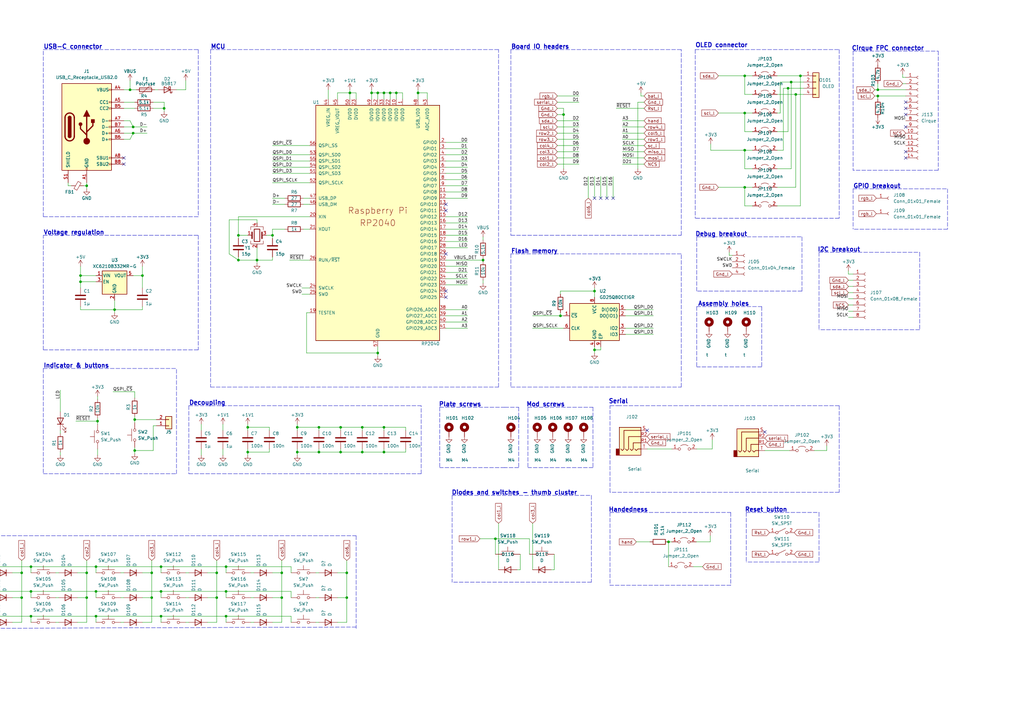
<source format=kicad_sch>
(kicad_sch (version 20211123) (generator eeschema)
  (paper "A3")
  (title_block (title "Dilemma") (date "2022-07-12") (rev "1") (company "plut0nium x bastardkb x freznel") (comment 1 "Licensed under CERN-OHL-W v2"))
  (junction (at 8.89 234.95))
  (junction (at 142.24 234.95))
  (junction (at 360.045 39.37))
  (junction (at 53.34 36.83))
  (junction (at 92.71 242.57))
  (junction (at 66.04 252.73))
  (junction (at 12.7 242.57))
  (junction (at 88.9 234.95))
  (junction (at 46.99 127))
  (junction (at 105.41 106.68))
  (junction (at 154.94 38.1))
  (junction (at -13.97 252.73))
  (junction (at 88.9 245.11))
  (junction (at 162.56 38.1))
  (junction (at 35.56 234.95))
  (junction (at 111.76 96.52))
  (junction (at 35.56 245.11))
  (junction (at 157.48 185.42))
  (junction (at 101.6 185.42))
  (junction (at -13.97 242.57))
  (junction (at 360.045 36.83))
  (junction (at 305.435 76.835))
  (junction (at 54.61 52.07))
  (junction (at 157.48 38.1))
  (junction (at 97.79 96.52))
  (junction (at 326.39 38.735))
  (junction (at 157.48 175.26))
  (junction (at 101.6 175.26))
  (junction (at 121.92 185.42))
  (junction (at 39.37 242.57))
  (junction (at 148.59 185.42))
  (junction (at 130.81 175.26))
  (junction (at 148.59 175.26))
  (junction (at 152.4 38.1))
  (junction (at 8.89 245.11))
  (junction (at 160.02 38.1))
  (junction (at 274.193 222.25))
  (junction (at 12.7 252.73))
  (junction (at 67.31 44.45))
  (junction (at 40.005 172.72))
  (junction (at 305.435 46.355))
  (junction (at 39.37 232.41))
  (junction (at 33.02 113.03))
  (junction (at 62.23 245.11))
  (junction (at 171.45 38.1))
  (junction (at 66.04 242.57))
  (junction (at 139.7 185.42))
  (junction (at 39.37 252.73))
  (junction (at 154.94 144.78))
  (junction (at 35.56 76.2))
  (junction (at 323.215 36.195))
  (junction (at 198.12 106.68))
  (junction (at -13.97 232.41))
  (junction (at 231.14 46.99))
  (junction (at 62.23 234.95))
  (junction (at 58.42 113.03))
  (junction (at 229.87 129.54))
  (junction (at 203.2 220.98))
  (junction (at 66.04 232.41))
  (junction (at 139.7 175.26))
  (junction (at 55.245 172.085))
  (junction (at 130.81 185.42))
  (junction (at 97.79 106.68))
  (junction (at 305.435 31.115))
  (junction (at 115.57 245.11))
  (junction (at 55.245 184.785))
  (junction (at 12.7 232.41))
  (junction (at 33.02 115.57))
  (junction (at 54.61 54.61))
  (junction (at 243.84 119.38))
  (junction (at 115.57 234.95))
  (junction (at 328.295 31.115))
  (junction (at 92.71 252.73))
  (junction (at 324.485 33.655))
  (junction (at 143.51 38.1))
  (junction (at 92.71 232.41))
  (junction (at 142.24 245.11))
  (junction (at 305.435 61.595))
  (junction (at 243.84 143.51))
  (junction (at 121.92 175.26))
  (no_connect (at 371.475 52.07))
  (no_connect (at 371.475 41.91))
  (no_connect (at 371.475 44.45))
  (no_connect (at 371.475 62.23))
  (no_connect (at 371.475 64.77))
  (no_connect (at 182.88 119.38))
  (no_connect (at 182.88 121.92))
  (no_connect (at 182.88 83.82))
  (no_connect (at 182.88 104.14))
  (no_connect (at 182.88 86.36))
  (no_connect (at 265.43 176.53))
  (no_connect (at 50.8 64.77))
  (no_connect (at 50.8 67.31))
  (no_connect (at 246.38 81.28))
  (no_connect (at 248.92 81.28))
  (no_connect (at 251.46 81.28))
  (no_connect (at 243.84 81.28))
  (no_connect (at 371.475 46.99))
  (no_connect (at 313.69 177.165))
  (wire (pts (xy 5.08 234.95) (xy 8.89 234.95)))
  (polyline (pts (xy 209.55 96.52) (xy 279.4 96.52)))
  (wire (pts (xy 62.865 41.91) (xy 67.31 41.91)))
  (wire (pts (xy 171.45 38.1) (xy 171.45 40.64)))
  (wire (pts (xy -25.4 242.57) (xy -13.97 242.57)))
  (wire (pts (xy 31.75 255.27) (xy 35.56 255.27)))
  (wire (pts (xy 33.02 115.57) (xy 33.02 118.11)))
  (wire (pts (xy 115.57 229.87) (xy 115.57 234.95)))
  (wire (pts (xy 8.89 245.11) (xy 8.89 255.27)))
  (wire (pts (xy 105.41 91.44) (xy 105.41 90.17)))
  (wire (pts (xy 118.745 106.68) (xy 127 106.68)))
  (wire (pts (xy 320.04 46.355) (xy 320.04 33.655)))
  (wire (pts (xy 58.42 109.22) (xy 58.42 113.03)))
  (wire (pts (xy 39.37 245.11) (xy 39.37 242.57)))
  (wire (pts (xy 318.77 76.835) (xy 326.39 76.835)))
  (wire (pts (xy 62.23 245.11) (xy 62.23 255.27)))
  (wire (pts (xy 138.43 255.27) (xy 142.24 255.27)))
  (wire (pts (xy 55.245 170.815) (xy 55.245 172.085)))
  (wire (pts (xy 82.55 173.99) (xy 82.55 176.53)))
  (wire (pts (xy -3.81 245.11) (xy -2.54 245.11)))
  (wire (pts (xy 119.38 234.95) (xy 119.38 232.41)))
  (wire (pts (xy 267.97 134.62) (xy 256.54 134.62)))
  (wire (pts (xy 129.54 245.11) (xy 130.81 245.11)))
  (wire (pts (xy 274.193 222.25) (xy 275.463 222.25)))
  (wire (pts (xy 40.005 184.15) (xy 40.005 186.69)))
  (wire (pts (xy 119.38 255.27) (xy 119.38 252.73)))
  (wire (pts (xy 101.6 175.26) (xy 110.49 175.26)))
  (wire (pts (xy 121.92 173.99) (xy 121.92 175.26)))
  (wire (pts (xy 241.3 72.39) (xy 241.3 81.28)))
  (polyline (pts (xy 17.78 194.31) (xy 72.39 194.31)))
  (wire (pts (xy 255.27 54.61) (xy 264.16 54.61)))
  (polyline (pts (xy 344.17 20.32) (xy 344.17 89.535)))
  (wire (pts (xy 228.6 67.31) (xy 237.49 67.31)))
  (wire (pts (xy 49.53 234.95) (xy 50.8 234.95)))
  (polyline (pts (xy 204.47 158.75) (xy 204.47 20.32)))
  (wire (pts (xy 182.88 127) (xy 191.77 127)))
  (wire (pts (xy 111.76 255.27) (xy 115.57 255.27)))
  (polyline (pts (xy 285.75 97.155) (xy 328.93 97.155)))
  (wire (pts (xy 50.8 54.61) (xy 54.61 54.61)))
  (polyline (pts (xy 207.01 191.77) (xy 180.34 191.77)))
  (wire (pts (xy 91.44 173.99) (xy 91.44 176.53)))
  (wire (pts (xy 349.885 112.395) (xy 347.98 112.395)))
  (wire (pts (xy 300.355 104.775) (xy 299.085 104.775)))
  (wire (pts (xy 123.825 118.11) (xy 127 118.11)))
  (wire (pts (xy 321.31 61.595) (xy 321.31 36.195)))
  (wire (pts (xy -25.4 252.73) (xy -13.97 252.73)))
  (polyline (pts (xy 384.81 20.955) (xy 384.81 69.85)))
  (polyline (pts (xy 285.75 125.73) (xy 285.75 150.495)))
  (wire (pts (xy 267.97 137.16) (xy 256.54 137.16)))
  (wire (pts (xy 318.77 46.355) (xy 320.04 46.355)))
  (polyline (pts (xy 279.4 104.14) (xy 209.55 104.14)))
  (wire (pts (xy 111.76 66.04) (xy 127 66.04)))
  (wire (pts (xy 182.88 101.6) (xy 191.77 101.6)))
  (polyline (pts (xy 180.34 167.005) (xy 207.01 167.005)))
  (wire (pts (xy 358.775 39.37) (xy 360.045 39.37)))
  (wire (pts (xy 85.09 234.95) (xy 88.9 234.95)))
  (wire (pts (xy 72.39 36.83) (xy 76.2 36.83)))
  (wire (pts (xy 119.38 245.11) (xy 119.38 242.57)))
  (wire (pts (xy 313.69 184.785) (xy 323.85 184.785)))
  (wire (pts (xy 121.92 185.42) (xy 130.81 185.42)))
  (wire (pts (xy 305.435 84.455) (xy 308.61 84.455)))
  (wire (pts (xy 138.43 234.95) (xy 142.24 234.95)))
  (wire (pts (xy 320.04 33.655) (xy 324.485 33.655)))
  (wire (pts (xy 12.7 242.57) (xy 39.37 242.57)))
  (wire (pts (xy 33.02 113.03) (xy 39.37 113.03)))
  (wire (pts (xy 62.865 44.45) (xy 67.31 44.45)))
  (wire (pts (xy 213.36 227.33) (xy 213.36 233.68)))
  (wire (pts (xy 347.98 127.635) (xy 349.885 127.635)))
  (wire (pts (xy 101.6 175.26) (xy 101.6 176.53)))
  (wire (pts (xy 243.84 118.11) (xy 243.84 119.38)))
  (wire (pts (xy 129.54 255.27) (xy 130.81 255.27)))
  (wire (pts (xy 12.7 232.41) (xy 39.37 232.41)))
  (wire (pts (xy 109.22 96.52) (xy 111.76 96.52)))
  (wire (pts (xy 63.5 36.83) (xy 64.77 36.83)))
  (wire (pts (xy 318.77 53.975) (xy 323.215 53.975)))
  (wire (pts (xy 105.41 106.68) (xy 105.41 107.95)))
  (wire (pts (xy 162.56 38.1) (xy 165.1 38.1)))
  (wire (pts (xy 129.54 234.95) (xy 130.81 234.95)))
  (wire (pts (xy 246.38 72.39) (xy 246.38 81.28)))
  (wire (pts (xy 121.92 175.26) (xy 130.81 175.26)))
  (wire (pts (xy 92.71 255.27) (xy 92.71 252.73)))
  (wire (pts (xy 39.37 255.27) (xy 39.37 252.73)))
  (wire (pts (xy 39.37 232.41) (xy 66.04 232.41)))
  (wire (pts (xy 228.6 64.77) (xy 237.49 64.77)))
  (wire (pts (xy 97.79 96.52) (xy 97.79 88.9)))
  (wire (pts (xy 49.53 245.11) (xy 50.8 245.11)))
  (wire (pts (xy 111.76 68.58) (xy 127 68.58)))
  (wire (pts (xy 198.12 114.935) (xy 198.12 116.205)))
  (wire (pts (xy 143.51 38.1) (xy 143.51 40.64)))
  (wire (pts (xy 182.88 129.54) (xy 191.77 129.54)))
  (wire (pts (xy 130.81 184.15) (xy 130.81 185.42)))
  (polyline (pts (xy -40.64 219.71) (xy -40.64 257.81)))
  (wire (pts (xy 54.61 52.07) (xy 50.8 52.07)))
  (polyline (pts (xy 243.205 191.77) (xy 216.535 191.77)))
  (polyline (pts (xy 81.28 88.9) (xy 17.78 88.9)))
  (wire (pts (xy 121.92 185.42) (xy 121.92 186.69)))
  (wire (pts (xy 231.14 46.99) (xy 231.14 69.215)))
  (wire (pts (xy 267.97 127) (xy 256.54 127)))
  (wire (pts (xy 227.33 233.68) (xy 226.06 233.68)))
  (wire (pts (xy 33.02 127) (xy 46.99 127)))
  (wire (pts (xy 62.23 234.95) (xy 62.23 245.11)))
  (wire (pts (xy 125.73 128.27) (xy 127 128.27)))
  (wire (pts (xy 101.6 185.42) (xy 101.6 186.69)))
  (wire (pts (xy 308.61 69.215) (xy 305.435 69.215)))
  (wire (pts (xy 308.61 53.975) (xy 305.435 53.975)))
  (wire (pts (xy 124.46 81.28) (xy 127 81.28)))
  (wire (pts (xy 50.8 49.53) (xy 53.34 49.53)))
  (wire (pts (xy 264.16 41.91) (xy 261.62 41.91)))
  (wire (pts (xy 22.86 234.95) (xy 24.13 234.95)))
  (wire (pts (xy 227.33 227.33) (xy 227.33 233.68)))
  (wire (pts (xy 93.98 90.17) (xy 93.98 104.14)))
  (wire (pts (xy 101.6 185.42) (xy 110.49 185.42)))
  (wire (pts (xy 251.46 81.28) (xy 251.46 72.39)))
  (wire (pts (xy 139.7 185.42) (xy 148.59 185.42)))
  (polyline (pts (xy 216.535 167.005) (xy 243.205 167.005)))
  (wire (pts (xy 124.46 93.98) (xy 127 93.98)))
  (wire (pts (xy 102.87 245.11) (xy 104.14 245.11)))
  (polyline (pts (xy 335.915 103.505) (xy 377.19 103.505)))
  (polyline (pts (xy 242.57 203.2) (xy 242.57 238.76)))
  (wire (pts (xy 321.31 36.195) (xy 323.215 36.195)))
  (wire (pts (xy 53.34 49.53) (xy 54.61 52.07)))
  (polyline (pts (xy 242.57 238.76) (xy 185.42 238.76)))
  (wire (pts (xy 34.29 76.2) (xy 35.56 76.2)))
  (wire (pts (xy 243.84 142.24) (xy 243.84 143.51)))
  (wire (pts (xy 328.295 31.115) (xy 329.565 31.115)))
  (wire (pts (xy 35.56 234.95) (xy 35.56 245.11)))
  (wire (pts (xy 157.48 38.1) (xy 157.48 40.64)))
  (wire (pts (xy 111.76 106.68) (xy 111.76 105.41)))
  (wire (pts (xy 62.865 174.625) (xy 62.865 184.785)))
  (wire (pts (xy 50.8 36.83) (xy 53.34 36.83)))
  (wire (pts (xy 347.98 112.395) (xy 347.98 111.125)))
  (wire (pts (xy 46.355 160.655) (xy 55.245 160.655)))
  (wire (pts (xy 53.34 36.83) (xy 55.88 36.83)))
  (wire (pts (xy 58.42 125.73) (xy 58.42 127)))
  (wire (pts (xy 85.09 245.11) (xy 88.9 245.11)))
  (wire (pts (xy 255.27 64.77) (xy 264.16 64.77)))
  (wire (pts (xy 255.27 62.23) (xy 264.16 62.23)))
  (wire (pts (xy 229.87 129.54) (xy 231.14 129.54)))
  (wire (pts (xy 248.92 81.28) (xy 248.92 72.39)))
  (wire (pts (xy 105.41 106.68) (xy 111.76 106.68)))
  (wire (pts (xy 22.86 255.27) (xy 24.13 255.27)))
  (wire (pts (xy 154.94 144.78) (xy 154.94 146.05)))
  (wire (pts (xy 360.045 34.29) (xy 360.045 36.83)))
  (polyline (pts (xy 299.72 210.185) (xy 299.72 240.03)))
  (wire (pts (xy 274.193 222.25) (xy 274.193 232.41)))
  (wire (pts (xy 182.88 109.22) (xy 191.77 109.22)))
  (wire (pts (xy 152.4 36.83) (xy 152.4 38.1)))
  (polyline (pts (xy 306.07 210.185) (xy 306.07 230.505)))
  (wire (pts (xy 146.05 40.64) (xy 146.05 38.1)))
  (wire (pts (xy 154.94 142.24) (xy 154.94 144.78)))
  (wire (pts (xy 40.005 171.45) (xy 40.005 172.72)))
  (wire (pts (xy 324.485 33.655) (xy 329.565 33.655)))
  (wire (pts (xy 175.26 40.64) (xy 175.26 38.1)))
  (wire (pts (xy 12.7 252.73) (xy 39.37 252.73)))
  (wire (pts (xy 347.98 120.015) (xy 349.885 120.015)))
  (wire (pts (xy 58.42 245.11) (xy 62.23 245.11)))
  (wire (pts (xy 55.245 160.655) (xy 55.245 163.195)))
  (wire (pts (xy 198.12 106.68) (xy 198.12 107.315)))
  (wire (pts (xy 347.98 117.475) (xy 349.885 117.475)))
  (wire (pts (xy 139.7 184.15) (xy 139.7 185.42)))
  (wire (pts (xy 92.71 232.41) (xy 119.38 232.41)))
  (wire (pts (xy 157.48 185.42) (xy 166.37 185.42)))
  (wire (pts (xy 92.71 234.95) (xy 92.71 232.41)))
  (wire (pts (xy 182.88 68.58) (xy 191.77 68.58)))
  (wire (pts (xy 27.94 76.2) (xy 29.21 76.2)))
  (wire (pts (xy -3.81 255.27) (xy -2.54 255.27)))
  (polyline (pts (xy 384.81 69.85) (xy 349.885 69.85)))
  (wire (pts (xy 182.88 114.3) (xy 191.77 114.3)))
  (wire (pts (xy 97.79 106.68) (xy 105.41 106.68)))
  (wire (pts (xy 66.04 252.73) (xy 92.71 252.73)))
  (wire (pts (xy 166.37 176.53) (xy 166.37 175.26)))
  (wire (pts (xy 171.45 38.1) (xy 175.26 38.1)))
  (wire (pts (xy 243.84 143.51) (xy 246.38 143.51)))
  (wire (pts (xy 125.73 128.27) (xy 125.73 144.78)))
  (wire (pts (xy 139.7 175.26) (xy 148.59 175.26)))
  (wire (pts (xy 262.89 39.37) (xy 264.16 39.37)))
  (wire (pts (xy 50.8 41.91) (xy 55.245 41.91)))
  (wire (pts (xy 328.295 84.455) (xy 328.295 31.115)))
  (wire (pts (xy -13.97 255.27) (xy -13.97 252.73)))
  (wire (pts (xy 305.435 76.835) (xy 305.435 84.455)))
  (wire (pts (xy 58.42 113.03) (xy 58.42 118.11)))
  (wire (pts (xy 326.39 38.735) (xy 329.565 38.735)))
  (wire (pts (xy 218.44 134.62) (xy 231.14 134.62)))
  (wire (pts (xy 228.6 39.37) (xy 237.49 39.37)))
  (wire (pts (xy 152.4 38.1) (xy 152.4 40.64)))
  (wire (pts (xy 323.215 53.975) (xy 323.215 36.195)))
  (wire (pts (xy 55.245 172.085) (xy 55.245 173.355)))
  (wire (pts (xy 105.41 90.17) (xy 93.98 90.17)))
  (wire (pts (xy 58.42 255.27) (xy 62.23 255.27)))
  (wire (pts (xy 203.2 220.98) (xy 203.2 227.33)))
  (wire (pts (xy 305.435 76.835) (xy 308.61 76.835)))
  (wire (pts (xy 66.04 242.57) (xy 92.71 242.57)))
  (wire (pts (xy 58.42 234.95) (xy 62.23 234.95)))
  (polyline (pts (xy 388.62 93.98) (xy 349.885 93.98)))
  (wire (pts (xy 255.27 52.07) (xy 264.16 52.07)))
  (wire (pts (xy 228.6 59.69) (xy 237.49 59.69)))
  (polyline (pts (xy 209.55 104.14) (xy 209.55 158.75)))
  (wire (pts (xy 22.86 245.11) (xy 24.13 245.11)))
  (polyline (pts (xy 377.19 103.505) (xy 377.19 135.255)))
  (wire (pts (xy 347.98 125.095) (xy 349.885 125.095)))
  (wire (pts (xy 142.24 229.87) (xy 142.24 234.95)))
  (polyline (pts (xy 285.75 97.155) (xy 285.75 119.38)))
  (wire (pts (xy 360.045 36.83) (xy 371.475 36.83)))
  (wire (pts (xy 318.77 61.595) (xy 321.31 61.595)))
  (wire (pts (xy 148.59 175.26) (xy 157.48 175.26)))
  (wire (pts (xy 243.84 72.39) (xy 243.84 81.28)))
  (wire (pts (xy 110.49 184.15) (xy 110.49 185.42)))
  (wire (pts (xy 231.14 44.45) (xy 231.14 46.99)))
  (wire (pts (xy -3.81 234.95) (xy -2.54 234.95)))
  (polyline (pts (xy 185.42 203.2) (xy 242.57 203.2)))
  (polyline (pts (xy 17.78 151.13) (xy 17.78 194.31)))
  (wire (pts (xy 182.88 106.68) (xy 198.12 106.68)))
  (wire (pts (xy 39.37 234.95) (xy 39.37 232.41)))
  (wire (pts (xy 243.84 119.38) (xy 243.84 121.92)))
  (polyline (pts (xy 349.885 77.47) (xy 349.885 93.98)))
  (wire (pts (xy 182.88 132.08) (xy 191.77 132.08)))
  (wire (pts (xy 24.765 176.53) (xy 24.765 177.8)))
  (wire (pts (xy 291.338 222.25) (xy 291.338 219.71)))
  (wire (pts (xy 182.88 111.76) (xy 191.77 111.76)))
  (wire (pts (xy 111.76 96.52) (xy 111.76 97.79)))
  (wire (pts (xy 62.865 184.785) (xy 55.245 184.785)))
  (wire (pts (xy 62.23 229.87) (xy 62.23 234.95)))
  (polyline (pts (xy 388.62 77.47) (xy 388.62 93.98)))
  (polyline (pts (xy 243.205 167.005) (xy 243.205 191.77)))
  (polyline (pts (xy 312.42 150.495) (xy 285.75 150.495)))
  (wire (pts (xy 228.6 57.15) (xy 237.49 57.15)))
  (wire (pts (xy 121.92 184.15) (xy 121.92 185.42)))
  (polyline (pts (xy 180.34 167.005) (xy 180.34 191.77)))
  (polyline (pts (xy 328.93 119.38) (xy 285.75 119.38)))
  (wire (pts (xy 171.45 36.83) (xy 171.45 38.1)))
  (wire (pts (xy 102.87 234.95) (xy 104.14 234.95)))
  (wire (pts (xy 97.79 97.79) (xy 97.79 96.52)))
  (polyline (pts (xy 207.01 167.005) (xy 212.725 167.005)))
  (wire (pts (xy 24.765 185.42) (xy 24.765 186.69)))
  (wire (pts (xy 115.57 245.11) (xy 115.57 255.27)))
  (polyline (pts (xy 279.4 96.52) (xy 279.4 20.32)))
  (wire (pts (xy 67.31 44.45) (xy 67.31 45.72)))
  (polyline (pts (xy 17.78 20.32) (xy 81.28 20.32)))
  (wire (pts (xy 360.045 39.37) (xy 360.045 40.64)))
  (polyline (pts (xy 344.17 89.535) (xy 285.115 89.535)))
  (wire (pts (xy -13.97 252.73) (xy 12.7 252.73)))
  (wire (pts (xy 203.2 220.98) (xy 217.17 220.98)))
  (wire (pts (xy 228.6 54.61) (xy 237.49 54.61)))
  (wire (pts (xy 218.44 129.54) (xy 229.87 129.54)))
  (wire (pts (xy 305.435 69.215) (xy 305.435 61.595)))
  (wire (pts (xy 305.435 31.115) (xy 308.61 31.115)))
  (wire (pts (xy 130.81 185.42) (xy 139.7 185.42)))
  (wire (pts (xy -13.97 234.95) (xy -13.97 232.41)))
  (wire (pts (xy 82.55 184.15) (xy 82.55 186.69)))
  (wire (pts (xy 12.7 255.27) (xy 12.7 252.73)))
  (wire (pts (xy 12.7 245.11) (xy 12.7 242.57)))
  (wire (pts (xy 182.88 73.66) (xy 191.77 73.66)))
  (wire (pts (xy 12.7 234.95) (xy 12.7 232.41)))
  (wire (pts (xy 294.64 76.835) (xy 305.435 76.835)))
  (wire (pts (xy 97.79 105.41) (xy 97.79 106.68)))
  (wire (pts (xy 323.215 36.195) (xy 329.565 36.195)))
  (wire (pts (xy 130.81 175.26) (xy 130.81 176.53)))
  (wire (pts (xy 305.435 38.735) (xy 305.435 31.115)))
  (wire (pts (xy 285.75 184.15) (xy 292.1 184.15)))
  (wire (pts (xy 324.485 69.215) (xy 324.485 33.655)))
  (wire (pts (xy 182.88 63.5) (xy 191.77 63.5)))
  (wire (pts (xy 204.47 214.63) (xy 204.47 233.68)))
  (polyline (pts (xy 250.19 201.93) (xy 250.19 166.37)))
  (polyline (pts (xy 344.17 201.93) (xy 250.19 201.93)))
  (wire (pts (xy 97.79 96.52) (xy 101.6 96.52)))
  (wire (pts (xy 5.08 255.27) (xy 8.89 255.27)))
  (wire (pts (xy 111.76 71.12) (xy 127 71.12)))
  (wire (pts (xy 91.44 184.15) (xy 91.44 186.69)))
  (wire (pts (xy 64.135 174.625) (xy 62.865 174.625)))
  (wire (pts (xy 154.94 38.1) (xy 157.48 38.1)))
  (wire (pts (xy 182.88 96.52) (xy 191.77 96.52)))
  (wire (pts (xy 182.88 93.98) (xy 191.77 93.98)))
  (wire (pts (xy 111.76 245.11) (xy 115.57 245.11)))
  (wire (pts (xy 326.39 76.835) (xy 326.39 38.735)))
  (wire (pts (xy 229.87 128.27) (xy 229.87 129.54)))
  (wire (pts (xy 148.59 184.15) (xy 148.59 185.42)))
  (polyline (pts (xy 344.17 166.37) (xy 344.17 201.93)))
  (wire (pts (xy 35.56 229.87) (xy 35.56 234.95)))
  (polyline (pts (xy 81.28 20.32) (xy 81.28 88.9)))
  (wire (pts (xy 67.31 41.91) (xy 67.31 44.45)))
  (wire (pts (xy 160.02 38.1) (xy 160.02 40.64)))
  (wire (pts (xy 265.43 184.15) (xy 275.59 184.15)))
  (wire (pts (xy 138.43 245.11) (xy 142.24 245.11)))
  (polyline (pts (xy 335.915 230.505) (xy 306.07 230.505)))
  (polyline (pts (xy 17.78 96.52) (xy 81.28 96.52)))
  (wire (pts (xy 76.2 255.27) (xy 77.47 255.27)))
  (wire (pts (xy 358.775 36.83) (xy 360.045 36.83)))
  (wire (pts (xy 334.01 184.785) (xy 339.09 184.785)))
  (wire (pts (xy 33.02 125.73) (xy 33.02 127)))
  (wire (pts (xy 53.34 33.02) (xy 53.34 36.83)))
  (wire (pts (xy 35.56 76.2) (xy 35.56 77.47)))
  (polyline (pts (xy 212.725 191.77) (xy 207.01 191.77)))
  (wire (pts (xy 370.205 31.75) (xy 370.205 30.48)))
  (wire (pts (xy -25.4 232.41) (xy -13.97 232.41)))
  (polyline (pts (xy 77.47 194.31) (xy 172.72 194.31)))
  (wire (pts (xy 255.27 59.69) (xy 264.16 59.69)))
  (wire (pts (xy 66.04 245.11) (xy 66.04 242.57)))
  (polyline (pts (xy 216.535 167.005) (xy 216.535 191.77)))
  (wire (pts (xy 27.94 74.93) (xy 27.94 76.2)))
  (wire (pts (xy 318.77 38.735) (xy 326.39 38.735)))
  (wire (pts (xy 217.17 220.98) (xy 217.17 227.33)))
  (wire (pts (xy 97.79 88.9) (xy 127 88.9)))
  (wire (pts (xy 252.73 44.45) (xy 264.16 44.45)))
  (polyline (pts (xy 285.75 125.73) (xy 312.42 125.73)))
  (wire (pts (xy 31.75 245.11) (xy 35.56 245.11)))
  (wire (pts (xy 88.9 245.11) (xy 88.9 255.27)))
  (wire (pts (xy 92.71 242.57) (xy 119.38 242.57)))
  (wire (pts (xy 182.88 116.84) (xy 191.77 116.84)))
  (wire (pts (xy 246.38 142.24) (xy 246.38 143.51)))
  (wire (pts (xy 294.64 31.115) (xy 305.435 31.115)))
  (polyline (pts (xy 349.885 77.47) (xy 388.62 77.47)))
  (wire (pts (xy 76.2 33.02) (xy 76.2 36.83)))
  (wire (pts (xy 55.245 183.515) (xy 55.245 184.785)))
  (wire (pts (xy 50.8 44.45) (xy 55.245 44.45)))
  (wire (pts (xy 111.76 83.82) (xy 116.84 83.82)))
  (wire (pts (xy 267.97 129.54) (xy 256.54 129.54)))
  (wire (pts (xy 148.59 185.42) (xy 157.48 185.42)))
  (wire (pts (xy 142.24 234.95) (xy 142.24 245.11)))
  (wire (pts (xy 228.6 52.07) (xy 237.49 52.07)))
  (wire (pts (xy 33.02 109.22) (xy 33.02 113.03)))
  (polyline (pts (xy 250.19 166.37) (xy 253.365 166.37)))
  (wire (pts (xy 229.87 119.38) (xy 243.84 119.38)))
  (wire (pts (xy 138.43 38.1) (xy 143.51 38.1)))
  (wire (pts (xy 228.6 41.91) (xy 237.49 41.91)))
  (wire (pts (xy 33.02 113.03) (xy 33.02 115.57)))
  (wire (pts (xy 49.53 255.27) (xy 50.8 255.27)))
  (wire (pts (xy 111.76 63.5) (xy 127 63.5)))
  (wire (pts (xy 55.245 184.785) (xy 55.245 186.055)))
  (wire (pts (xy 35.56 245.11) (xy 35.56 255.27)))
  (wire (pts (xy 148.59 175.26) (xy 148.59 176.53)))
  (wire (pts (xy 339.09 184.785) (xy 339.09 182.88)))
  (polyline (pts (xy 172.72 194.31) (xy 172.72 166.37)))
  (polyline (pts (xy 81.28 143.51) (xy 17.78 143.51)))
  (wire (pts (xy 116.84 93.98) (xy 111.76 93.98)))
  (wire (pts (xy 143.51 36.83) (xy 143.51 38.1)))
  (polyline (pts (xy 17.78 88.9) (xy 17.78 20.32)))
  (polyline (pts (xy 185.42 203.2) (xy 185.42 238.76)))
  (wire (pts (xy 284.353 232.41) (xy 288.163 232.41)))
  (wire (pts (xy 111.76 59.69) (xy 127 59.69)))
  (wire (pts (xy 39.37 242.57) (xy 66.04 242.57)))
  (wire (pts (xy 102.87 255.27) (xy 104.14 255.27)))
  (wire (pts (xy 142.24 245.11) (xy 142.24 255.27)))
  (wire (pts (xy 85.09 255.27) (xy 88.9 255.27)))
  (wire (pts (xy 165.1 40.64) (xy 165.1 38.1)))
  (polyline (pts (xy 209.55 158.75) (xy 279.4 158.75)))
  (polyline (pts (xy 77.47 166.37) (xy 172.72 166.37)))
  (polyline (pts (xy 349.885 20.955) (xy 384.81 20.955)))
  (wire (pts (xy 24.765 160.02) (xy 24.765 168.91)))
  (polyline (pts (xy 299.72 240.03) (xy 250.19 240.03)))
  (wire (pts (xy 157.48 38.1) (xy 160.02 38.1)))
  (wire (pts (xy 291.465 61.595) (xy 305.435 61.595)))
  (wire (pts (xy 111.76 93.98) (xy 111.76 96.52)))
  (polyline (pts (xy -40.64 219.71) (xy 146.05 219.71)))
  (wire (pts (xy 46.99 123.19) (xy 46.99 127)))
  (polyline (pts (xy 253.365 166.37) (xy 344.17 166.37)))
  (wire (pts (xy 93.98 104.14) (xy 97.79 106.68)))
  (wire (pts (xy 229.87 120.65) (xy 229.87 119.38)))
  (wire (pts (xy 8.89 229.87) (xy 8.89 234.95)))
  (wire (pts (xy 123.825 120.65) (xy 127 120.65)))
  (polyline (pts (xy 328.93 97.155) (xy 328.93 119.38)))
  (wire (pts (xy 347.98 114.935) (xy 349.885 114.935)))
  (wire (pts (xy 291.465 61.595) (xy 291.465 59.055)))
  (wire (pts (xy 213.36 233.68) (xy 212.09 233.68)))
  (wire (pts (xy 228.6 49.53) (xy 237.49 49.53)))
  (wire (pts (xy 88.9 229.87) (xy 88.9 234.95)))
  (wire (pts (xy 371.475 31.75) (xy 370.205 31.75)))
  (wire (pts (xy 285.623 222.25) (xy 291.338 222.25)))
  (wire (pts (xy 198.12 97.155) (xy 198.12 98.425)))
  (wire (pts (xy -13.97 232.41) (xy 12.7 232.41)))
  (wire (pts (xy 124.46 83.82) (xy 127 83.82)))
  (wire (pts (xy 88.9 234.95) (xy 88.9 245.11)))
  (wire (pts (xy 182.88 60.96) (xy 191.77 60.96)))
  (wire (pts (xy 8.89 234.95) (xy 8.89 245.11)))
  (wire (pts (xy 92.71 245.11) (xy 92.71 242.57)))
  (wire (pts (xy 218.44 214.63) (xy 218.44 233.68)))
  (wire (pts (xy 228.6 44.45) (xy 231.14 44.45)))
  (polyline (pts (xy 349.885 20.955) (xy 349.885 69.85)))
  (wire (pts (xy 157.48 175.26) (xy 166.37 175.26)))
  (wire (pts (xy 294.64 46.355) (xy 305.435 46.355)))
  (wire (pts (xy 105.41 101.6) (xy 105.41 106.68)))
  (wire (pts (xy 318.77 31.115) (xy 328.295 31.115)))
  (polyline (pts (xy 279.4 20.32) (xy 209.55 20.32)))
  (wire (pts (xy 182.88 76.2) (xy 191.77 76.2)))
  (wire (pts (xy 54.61 54.61) (xy 53.34 57.15)))
  (wire (pts (xy 54.61 113.03) (xy 58.42 113.03)))
  (wire (pts (xy 39.37 252.73) (xy 66.04 252.73)))
  (wire (pts (xy 182.88 78.74) (xy 191.77 78.74)))
  (wire (pts (xy 121.92 175.26) (xy 121.92 176.53)))
  (wire (pts (xy 111.76 74.93) (xy 127 74.93)))
  (polyline (pts (xy 209.55 20.32) (xy 209.55 96.52)))
  (wire (pts (xy 54.61 52.07) (xy 60.325 52.07)))
  (wire (pts (xy 262.89 38.1) (xy 262.89 39.37)))
  (wire (pts (xy 138.43 40.64) (xy 138.43 38.1)))
  (polyline (pts (xy 86.36 158.75) (xy 204.47 158.75)))
  (wire (pts (xy 154.94 38.1) (xy 154.94 40.64)))
  (wire (pts (xy 31.75 234.95) (xy 35.56 234.95)))
  (wire (pts (xy 196.85 220.98) (xy 203.2 220.98)))
  (wire (pts (xy 157.48 175.26) (xy 157.48 176.53)))
  (polyline (pts (xy 17.78 143.51) (xy 17.78 96.52)))
  (wire (pts (xy 308.61 38.735) (xy 305.435 38.735)))
  (polyline (pts (xy 146.05 257.175) (xy -40.64 257.81)))
  (polyline (pts (xy 204.47 20.32) (xy 86.36 20.32)))
  (wire (pts (xy 111.76 234.95) (xy 115.57 234.95)))
  (wire (pts (xy 76.2 234.95) (xy 77.47 234.95)))
  (wire (pts (xy 182.88 58.42) (xy 191.77 58.42)))
  (wire (pts (xy 66.04 232.41) (xy 92.71 232.41)))
  (wire (pts (xy 182.88 91.44) (xy 191.77 91.44)))
  (wire (pts (xy 111.76 81.28) (xy 116.84 81.28)))
  (wire (pts (xy 76.2 245.11) (xy 77.47 245.11)))
  (wire (pts (xy 162.56 38.1) (xy 162.56 40.64)))
  (wire (pts (xy 198.12 106.045) (xy 198.12 106.68)))
  (wire (pts (xy 370.205 34.29) (xy 371.475 34.29)))
  (wire (pts (xy 182.88 134.62) (xy 191.77 134.62)))
  (polyline (pts (xy 77.47 166.37) (xy 77.47 194.31)))
  (wire (pts (xy 5.08 245.11) (xy 8.89 245.11)))
  (wire (pts (xy 255.27 57.15) (xy 264.16 57.15)))
  (polyline (pts (xy 250.19 210.185) (xy 250.19 240.03)))
  (wire (pts (xy 182.88 88.9) (xy 191.77 88.9)))
  (wire (pts (xy 305.435 61.595) (xy 308.61 61.595)))
  (wire (pts (xy 182.88 66.04) (xy 191.77 66.04)))
  (wire (pts (xy -13.97 245.11) (xy -13.97 242.57)))
  (wire (pts (xy 261.62 41.91) (xy 261.62 69.215)))
  (wire (pts (xy 264.16 67.31) (xy 255.27 67.31)))
  (wire (pts (xy 243.84 143.51) (xy 243.84 144.78)))
  (wire (pts (xy 53.34 57.15) (xy 50.8 57.15)))
  (wire (pts (xy 110.49 176.53) (xy 110.49 175.26)))
  (polyline (pts (xy 306.07 210.185) (xy 335.915 210.185)))
  (wire (pts (xy 54.61 54.61) (xy 60.325 54.61)))
  (wire (pts (xy 157.48 184.15) (xy 157.48 185.42)))
  (wire (pts (xy 55.245 172.085) (xy 64.135 172.085)))
  (wire (pts (xy 228.6 46.99) (xy 231.14 46.99)))
  (wire (pts (xy 305.435 53.975) (xy 305.435 46.355)))
  (wire (pts (xy 160.02 38.1) (xy 162.56 38.1)))
  (polyline (pts (xy 81.28 96.52) (xy 81.28 143.51)))
  (wire (pts (xy 35.56 74.93) (xy 35.56 76.2)))
  (polyline (pts (xy 335.915 210.185) (xy 335.915 230.505)))
  (wire (pts (xy 299.085 104.775) (xy 299.085 103.505)))
  (polyline (pts (xy 72.39 194.31) (xy 72.39 151.13)))
  (wire (pts (xy 152.4 38.1) (xy 154.94 38.1)))
  (polyline (pts (xy 377.19 135.255) (xy 335.915 135.255)))
  (polyline (pts (xy 212.725 167.005) (xy 212.725 191.77)))
  (wire (pts (xy 182.88 81.28) (xy 191.77 81.28)))
  (wire (pts (xy 46.99 127) (xy 46.99 128.27)))
  (polyline (pts (xy 312.42 125.73) (xy 312.42 150.495)))
  (wire (pts (xy 166.37 184.15) (xy 166.37 185.42)))
  (polyline (pts (xy 17.78 151.13) (xy 72.39 151.13)))
  (wire (pts (xy 40.005 172.72) (xy 40.005 173.99)))
  (wire (pts (xy 347.98 130.175) (xy 349.885 130.175)))
  (wire (pts (xy 101.6 184.15) (xy 101.6 185.42)))
  (wire (pts (xy 92.71 252.73) (xy 119.38 252.73)))
  (wire (pts (xy 260.985 222.25) (xy 266.573 222.25)))
  (wire (pts (xy 360.045 39.37) (xy 371.475 39.37)))
  (wire (pts (xy -13.97 242.57) (xy 12.7 242.57)))
  (wire (pts (xy 31.115 172.72) (xy 40.005 172.72)))
  (wire (pts (xy 40.005 162.56) (xy 40.005 163.83)))
  (polyline (pts (xy 86.36 20.32) (xy 86.36 158.75)))
  (wire (pts (xy 292.1 184.15) (xy 292.1 180.34)))
  (wire (pts (xy 125.73 144.78) (xy 154.94 144.78)))
  (wire (pts (xy 347.98 122.555) (xy 349.885 122.555)))
  (wire (pts (xy 182.88 71.12) (xy 191.77 71.12)))
  (polyline (pts (xy 250.19 210.185) (xy 299.72 210.185)))
  (wire (pts (xy 134.62 36.83) (xy 134.62 40.64)))
  (wire (pts (xy 143.51 38.1) (xy 146.05 38.1)))
  (wire (pts (xy 139.7 175.26) (xy 139.7 176.53)))
  (wire (pts (xy 115.57 234.95) (xy 115.57 245.11)))
  (wire (pts (xy 318.77 69.215) (xy 324.485 69.215)))
  (wire (pts (xy 318.77 84.455) (xy 328.295 84.455)))
  (wire (pts (xy 46.99 127) (xy 58.42 127)))
  (wire (pts (xy 66.04 255.27) (xy 66.04 252.73)))
  (polyline (pts (xy 335.915 103.505) (xy 335.915 135.255)))
  (wire (pts (xy 101.6 173.99) (xy 101.6 175.26)))
  (wire (pts (xy 33.02 115.57) (xy 39.37 115.57)))
  (polyline (pts (xy 285.115 20.32) (xy 344.17 20.32)))
  (wire (pts (xy 182.88 99.06) (xy 191.77 99.06)))
  (wire (pts (xy 228.6 62.23) (xy 237.49 62.23)))
  (wire (pts (xy 66.04 234.95) (xy 66.04 232.41)))
  (wire (pts (xy 255.27 49.53) (xy 264.16 49.53)))
  (wire (pts (xy 130.81 175.26) (xy 139.7 175.26)))
  (polyline (pts (xy 285.115 20.32) (xy 285.115 89.535)))
  (polyline (pts (xy 279.4 158.75) (xy 279.4 104.14)))
  (wire (pts (xy 305.435 46.355) (xy 308.61 46.355)))
  (polyline (pts (xy 146.05 219.71) (xy 146.05 257.81)))
  (text "Debug breakout" (at 285.115 97.155 0) (effects (font (size 1.778 1.778) (thickness 0.3556) bold) (justify left bottom)))
  (text "Decoupling" (at 77.47 166.37 0) (effects (font (size 1.778 1.778) (thickness 0.3556) bold) (justify left bottom)))
  (text "Board IO headers" (at 209.55 20.32 0) (effects (font (size 1.778 1.778) (thickness 0.3556) bold) (justify left bottom)))
  (text "USB-C connector" (at 17.78 20.32 0) (effects (font (size 1.778 1.778) (thickness 0.3556) bold) (justify left bottom)))
  (text "Reset button" (at 305.435 210.185 0) (effects (font (size 1.778 1.778) (thickness 0.3556) bold) (justify left bottom)))
  (text "I2C breakout" (at 335.28 103.505 0) (effects (font (size 1.778 1.778) (thickness 0.3556) bold) (justify left bottom)))
  (text "Diodes and switches - plate" (at -1.27 219.71 180) (effects (font (size 1.778 1.778) (thickness 0.3556) bold) (justify right bottom)))
  (text "Cirque FPC connector" (at 349.25 20.955 0) (effects (font (size 1.778 1.778) (thickness 0.3556) bold) (justify left bottom)))
  (text "Mod screws" (at 231.775 167.005 180) (effects (font (size 1.778 1.778) (thickness 0.3556) bold) (justify right bottom)))
  (text "Indicator & buttons" (at 17.78 151.13 0) (effects (font (size 1.778 1.778) (thickness 0.3556) bold) (justify left bottom)))
  (text "Voltage regulation" (at 17.78 96.52 0) (effects (font (size 1.778 1.778) (thickness 0.3556) bold) (justify left bottom)))
  (text "Handedness" (at 249.555 210.185 0) (effects (font (size 1.778 1.778) (thickness 0.3556) bold) (justify left bottom)))
  (text "Assembly holes" (at 307.34 125.73 180) (effects (font (size 1.778 1.778) (thickness 0.3556) bold) (justify right bottom)))
  (text "Serial" (at 249.555 165.735 0) (effects (font (size 1.778 1.778) (thickness 0.3556) bold) (justify left bottom)))
  (text "Plate screws" (at 197.485 167.005 180) (effects (font (size 1.778 1.778) (thickness 0.3556) bold) (justify right bottom)))
  (text "OLED connector" (at 285.115 19.685 0) (effects (font (size 1.778 1.778) (thickness 0.3556) bold) (justify left bottom)))
  (text "MCU" (at 86.36 20.32 0) (effects (font (size 1.778 1.778) (thickness 0.3556) bold) (justify left bottom)))
  (text "Diodes and switches - thumb cluster" (at 236.855 203.2 180) (effects (font (size 1.778 1.778) (thickness 0.3556) bold) (justify right bottom)))
  (text "GPIO breakout" (at 349.885 77.47 0) (effects (font (size 1.778 1.778) (thickness 0.3556) bold) (justify left bottom)))
  (text "Flash memory" (at 209.55 104.14 0) (effects (font (size 1.778 1.778) (thickness 0.3556) bold) (justify left bottom)))
  (label "SWCLK" (at 300.355 107.315 180))
  (label "D8" (at 191.77 78.74 180))
  (label "MOSI" (at 347.98 122.555 180))
  (label "QSPI_D2" (at 111.76 68.58 0))
  (label "SCLK" (at 191.77 114.3 180))
  (label "D15" (at 191.77 96.52 180))
  (label "D12" (at 241.3 72.39 270))
  (label "SWD" (at 123.825 120.65 180))
  (label "D16" (at 191.77 99.06 180))
  (label "LED" (at 191.77 101.6 180))
  (label "SCLK" (at 255.27 59.69 0))
  (label "D0" (at 237.49 39.37 180))
  (label "VBUS_DET" (at 195.58 106.68 180))
  (label "D6" (at 191.77 73.66 180))
  (label "MOSI" (at 191.77 116.84 180))
  (label "D8" (at 237.49 64.77 180))
  (label "A2" (at 191.77 132.08 180))
  (label "D7" (at 191.77 76.2 180))
  (label "D3" (at 191.77 66.04 180))
  (label "D-" (at 111.76 83.82 0))
  (label "D1" (at 191.77 60.96 180))
  (label "~{RESET}" (at 31.115 172.72 0))
  (label "~{RESET}" (at 252.73 44.45 0))
  (label "QSPI_SCLK" (at 218.44 134.62 0))
  (label "D4" (at 191.77 68.58 180))
  (label "D13" (at 243.84 72.39 270))
  (label "A3" (at 255.27 49.53 0))
  (label "D9" (at 237.49 67.31 180))
  (label "QSPI_D0" (at 267.97 127 180))
  (label "D16" (at 251.46 72.39 270))
  (label "SCLK" (at 347.98 130.175 180))
  (label "QSPI_~{CS}" (at 218.44 129.54 0))
  (label "QSPI_D1" (at 111.76 66.04 0))
  (label "D5" (at 237.49 57.15 180))
  (label "MOSI" (at 255.27 64.77 0))
  (label "MISO" (at 255.27 62.23 0))
  (label "~{RESET}" (at 118.745 106.68 0))
  (label "D3" (at 237.49 52.07 180))
  (label "D2" (at 237.49 49.53 180))
  (label "SWD" (at 300.355 109.855 180))
  (label "D7" (at 237.49 62.23 180))
  (label "QSPI_D3" (at 111.76 71.12 0))
  (label "QSPI_~{CS}" (at 111.76 59.69 0))
  (label "D2" (at 191.77 63.5 180))
  (label "D12" (at 191.77 88.9 180))
  (label "D14" (at 191.77 93.98 180))
  (label "A1" (at 191.77 129.54 180))
  (label "D5" (at 191.77 71.12 180))
  (label "QSPI_D2" (at 267.97 134.62 180))
  (label "D15" (at 248.92 72.39 270))
  (label "D9" (at 191.77 81.28 180))
  (label "A0" (at 255.27 57.15 0))
  (label "D+" (at 111.76 81.28 0))
  (label "D-" (at 60.325 52.07 180))
  (label "D6" (at 237.49 59.69 180))
  (label "LED" (at 24.765 160.02 270))
  (label "D21" (at 191.77 111.76 180))
  (label "D13" (at 191.77 91.44 180))
  (label "MOSI" (at 371.475 49.53 180))
  (label "QSPI_D1" (at 267.97 129.54 180))
  (label "MISO" (at 191.77 109.22 180))
  (label "SCLK" (at 371.475 59.69 180))
  (label "A2" (at 255.27 52.07 0))
  (label "D1" (at 237.49 41.91 180))
  (label "MISO" (at 371.475 57.15 180))
  (label "MISO" (at 347.98 127.635 180))
  (label "SWCLK" (at 123.825 118.11 180))
  (label "QSPI_~{CS}" (at 46.355 160.655 0))
  (label "QSPI_SCLK" (at 111.76 74.93 0))
  (label "QSPI_D3" (at 267.97 137.16 180))
  (label "A3" (at 191.77 134.62 180))
  (label "D0" (at 191.77 58.42 180))
  (label "D21" (at 255.27 67.31 0))
  (label "D+" (at 60.325 54.61 180))
  (label "A0" (at 191.77 127 180))
  (label "D14" (at 246.38 72.39 270))
  (label "QSPI_D0" (at 111.76 63.5 0))
  (label "D4" (at 237.49 54.61 180))
  (label "A1" (at 255.27 54.61 0))
  (global_label "Gnd_l" (shape input) (at 325.755 227.33 0) (property "Intersheet References" "${INTERSHEET_REFS}" (effects hide)))
  (global_label "serial_l" (shape input) (at 265.43 179.07 0) (property "Intersheet References" "${INTERSHEET_REFS}" (effects hide)))
  (global_label "hand" (shape input) (at 260.985 222.25 180) (property "Intersheet References" "${INTERSHEET_REFS}" (effects hide)))
  (global_label "Gnd_l" (shape input) (at 313.69 182.245 0) (property "Intersheet References" "${INTERSHEET_REFS}" (effects hide)))
  (global_label "mosi_l" (shape input) (at 264.16 64.77 0) (property "Intersheet References" "${INTERSHEET_REFS}" (effects hide)))
  (global_label "col5_l" (shape input) (at 264.16 54.61 0) (property "Intersheet References" "${INTERSHEET_REFS}" (effects hide)))
  (global_label "row2_l" (shape input) (at 228.6 54.61 180) (property "Intersheet References" "${INTERSHEET_REFS}" (effects hide)))
  (global_label "sc_l" (shape input) (at 264.16 59.69 0) (property "Intersheet References" "${INTERSHEET_REFS}" (effects hide)))
  (global_label "col3_l" (shape input) (at 228.6 62.23 180) (property "Intersheet References" "${INTERSHEET_REFS}" (effects hide)))
  (global_label "Gnd_l" (shape input) (at 370.205 34.29 180) (property "Intersheet References" "${INTERSHEET_REFS}" (effects hide)))
  (global_label "col2_l" (shape input) (at 228.6 67.31 180) (property "Intersheet References" "${INTERSHEET_REFS}" (effects hide)))
  (global_label "col3_l" (shape input) (at 62.23 229.87 90) (property "Intersheet References" "${INTERSHEET_REFS}" (effects hide)))
  (global_label "col1_l" (shape input) (at 8.89 229.87 90) (property "Intersheet References" "${INTERSHEET_REFS}" (effects hide)))
  (global_label "row3_l" (shape input) (at -25.4 242.57 180) (property "Intersheet References" "${INTERSHEET_REFS}" (effects hide)))
  (global_label "NCS" (shape input) (at 264.16 67.31 0) (property "Intersheet References" "${INTERSHEET_REFS}" (effects hide)))
  (global_label "col6_l" (shape input) (at 142.24 229.87 90) (property "Intersheet References" "${INTERSHEET_REFS}" (effects hide)))
  (global_label "bat_l" (shape input) (at 264.16 39.37 0) (property "Intersheet References" "${INTERSHEET_REFS}" (effects hide)))
  (global_label "sda_l" (shape input) (at 358.775 36.83 180) (property "Intersheet References" "${INTERSHEET_REFS}" (effects hide)))
  (global_label "sda_l" (shape input) (at 228.6 49.53 180) (property "Intersheet References" "${INTERSHEET_REFS}" (effects hide)))
  (global_label "sda_l" (shape input) (at 294.64 31.115 180) (property "Intersheet References" "${INTERSHEET_REFS}" (effects hide)))
  (global_label "Gnd_l" (shape input) (at 264.16 41.91 0) (property "Intersheet References" "${INTERSHEET_REFS}" (effects hide)))
  (global_label "Rst_l" (shape input) (at 264.16 44.45 0) (property "Intersheet References" "${INTERSHEET_REFS}" (effects hide)))
  (global_label "col4_l" (shape input) (at 88.9 229.87 90) (property "Intersheet References" "${INTERSHEET_REFS}" (effects hide)))
  (global_label "row4_l" (shape input) (at -25.4 252.73 180) (property "Intersheet References" "${INTERSHEET_REFS}" (effects hide)))
  (global_label "Gnd_l" (shape input) (at 265.43 181.61 0) (property "Intersheet References" "${INTERSHEET_REFS}" (effects hide)))
  (global_label "Gnd_l" (shape input) (at 228.6 44.45 180) (property "Intersheet References" "${INTERSHEET_REFS}" (effects hide)))
  (global_label "col5_l" (shape input) (at 115.57 229.87 90) (property "Intersheet References" "${INTERSHEET_REFS}" (effects hide)))
  (global_label "row1_l" (shape input) (at 196.85 220.98 180) (property "Intersheet References" "${INTERSHEET_REFS}" (effects hide)))
  (global_label "rgb_l" (shape input) (at 359.41 87.63 180) (property "Intersheet References" "${INTERSHEET_REFS}" (effects hide)))
  (global_label "Rst_l" (shape input) (at 315.595 227.33 180) (property "Intersheet References" "${INTERSHEET_REFS}" (effects hide)))
  (global_label "Gnd_l" (shape input) (at 325.755 218.44 0) (property "Intersheet References" "${INTERSHEET_REFS}" (effects hide)))
  (global_label "row1_l" (shape input) (at 264.16 57.15 0) (property "Intersheet References" "${INTERSHEET_REFS}" (effects hide)))
  (global_label "rgb_l" (shape input) (at 228.6 39.37 180) (property "Intersheet References" "${INTERSHEET_REFS}" (effects hide)))
  (global_label "Gnd_l" (shape input) (at 300.355 112.395 180) (property "Intersheet References" "${INTERSHEET_REFS}" (effects hide)))
  (global_label "sda_l" (shape input) (at 347.98 117.475 180) (property "Intersheet References" "${INTERSHEET_REFS}" (effects hide)))
  (global_label "Rst_l" (shape input) (at 315.595 218.44 180) (property "Intersheet References" "${INTERSHEET_REFS}" (effects hide)))
  (global_label "hand" (shape input) (at 264.16 49.53 0) (property "Intersheet References" "${INTERSHEET_REFS}" (effects hide)))
  (global_label "col1_l" (shape input) (at 228.6 64.77 180) (property "Intersheet References" "${INTERSHEET_REFS}" (effects hide)))
  (global_label "scl_l" (shape input) (at 294.64 46.355 180) (property "Intersheet References" "${INTERSHEET_REFS}" (effects hide)))
  (global_label "col6_l" (shape input) (at 241.3 81.28 270) (property "Intersheet References" "${INTERSHEET_REFS}" (effects hide)))
  (global_label "miso_l" (shape input) (at 264.16 62.23 0) (property "Intersheet References" "${INTERSHEET_REFS}" (effects hide)))
  (global_label "row2_l" (shape input) (at -25.4 232.41 180) (property "Intersheet References" "${INTERSHEET_REFS}" (effects hide)))
  (global_label "row3_l" (shape input) (at 228.6 57.15 180) (property "Intersheet References" "${INTERSHEET_REFS}" (effects hide)))
  (global_label "serial_l" (shape input) (at 313.69 179.705 0) (property "Intersheet References" "${INTERSHEET_REFS}" (effects hide)))
  (global_label "rgb_l" (shape input) (at 359.41 81.28 180) (property "Intersheet References" "${INTERSHEET_REFS}" (effects hide)))
  (global_label "serial_l" (shape input) (at 228.6 41.91 180) (property "Intersheet References" "${INTERSHEET_REFS}" (effects hide)))
  (global_label "col2_l" (shape input) (at 35.56 229.87 90) (property "Intersheet References" "${INTERSHEET_REFS}" (effects hide)))
  (global_label "row4_l" (shape input) (at 264.16 52.07 0) (property "Intersheet References" "${INTERSHEET_REFS}" (effects hide)))
  (global_label "col3_l" (shape input) (at 218.44 214.63 90) (property "Intersheet References" "${INTERSHEET_REFS}" (effects hide)))
  (global_label "Gnd_l" (shape input) (at 294.64 76.835 180) (property "Intersheet References" "${INTERSHEET_REFS}" (effects hide)))
  (global_label "Gnd_l" (shape input) (at 347.98 114.935 180) (property "Intersheet References" "${INTERSHEET_REFS}" (effects hide)))
  (global_label "Gnd_l" (shape input) (at 228.6 46.99 180) (property "Intersheet References" "${INTERSHEET_REFS}" (effects hide)))
  (global_label "col4_l" (shape input) (at 228.6 59.69 180) (property "Intersheet References" "${INTERSHEET_REFS}" (effects hide)))
  (global_label "NCS" (shape input) (at 371.475 54.61 180) (property "Intersheet References" "${INTERSHEET_REFS}" (effects hide)))
  (global_label "col1_l" (shape input) (at 204.47 214.63 90) (property "Intersheet References" "${INTERSHEET_REFS}" (effects hide)))
  (global_label "NCS" (shape input) (at 347.98 125.095 180) (property "Intersheet References" "${INTERSHEET_REFS}" (effects hide)))
  (global_label "scl_l" (shape input) (at 228.6 52.07 180) (property "Intersheet References" "${INTERSHEET_REFS}" (effects hide)))
  (global_label "Gnd_l" (shape input) (at 288.163 232.41 0) (property "Intersheet References" "${INTERSHEET_REFS}" (effects hide)))
  (global_label "scl_l" (shape input) (at 358.775 39.37 180) (property "Intersheet References" "${INTERSHEET_REFS}" (effects hide)))
  (global_label "scl_l" (shape input) (at 347.98 120.015 180) (property "Intersheet References" "${INTERSHEET_REFS}" (effects hide)))
  (symbol (lib_id "Switch:SW_Push") (at 124.46 255.27 0) (unit 1)
    (property "Reference" "SW?" (at 124.46 247.65 0))
    (property "Value" "SW_Push" (at 124.46 250.19 0))
    (property "Footprint" "local-libraries:SW_MX_choc" (effects hide))
  )
  (symbol (lib_id "Device:C") (at 148.59 180.34 0) (unit 1)
    (property "Reference" "C12" (at 149.86 177.8 0) (effects (justify left)))
    (property "Value" "100n" (at 149.86 182.88 0) (effects (justify left)))
    (property "Footprint" "Capacitor_SMD:C_0402_1005Metric" (effects hide))
    (property "LCSC" "C1525" (effects hide))
  )
  (symbol (lib_id "Jumper:Jumper_2_Open") (at 313.69 61.595 0) (unit 1)
    (property "Reference" "JP107" (at 313.69 54.61 0))
    (property "Value" "Jumper_2_Open" (at 313.69 57.15 0))
    (property "Footprint" "local-libraries:SolderJumper-2_P1.3mm_Open_RoundedPad1.0x1.5mm" (effects hide))
  )
  (symbol (lib_id "Connector_Generic:Conn_01x02") (at 69.215 174.625 0) (mirror x) (unit 1) (in_bom no)
    (property "Reference" "J5" (at 67.945 177.165 0) (effects (justify left)))
    (property "Value" "Conn_01x02" (effects hide))
    (property "Footprint" "Connector_PinHeader_1.27mm:PinHeader_1x02_P1.27mm_Vertical" (effects hide))
  )
  (symbol (lib_id "MCU_RaspberryPi_RP2040:RP2040") (at 154.94 91.44 0) (unit 1)
    (property "Reference" "U1" (at 128.27 41.91 0) (effects (justify left)))
    (property "Value" "RP2040" (at 172.72 140.97 0) (effects (justify left)))
    (property "Footprint" "0xLib_Package_DFN_QFN:QFN-56-1EP_7x7mm_P0.4mm_EP3.2x3.2mm" (effects hide))
    (property "LCSC" "C2040" (effects hide))
  )
  (symbol (lib_id "Device:R") (at 59.055 41.91 270) (unit 1)
    (property "Reference" "R4" (at 59.055 39.37 90))
    (property "Value" "5.1k" (at 59.055 41.91 90))
    (property "Footprint" "Resistor_SMD:R_0402_1005Metric" (effects hide))
    (property "LCSC" "C25905" (effects hide))
  )
  (symbol (lib_id "power:+3.3V") (at 40.005 162.56 0) (unit 1)
    (property "Reference" "#PWR04" (effects hide))
    (property "Value" "+3.3V" (at 40.005 158.75 0))
  )
  (symbol (lib_id "power:GND") (at 55.245 186.055 0) (unit 1)
    (property "Reference" "#PWR09" (effects hide))
    (property "Value" "GND" (at 55.245 189.865 0))
  )
  (symbol (lib_id "power:GND") (at 233.045 179.07 0) (unit 1)
    (property "Reference" "#PWR0113" (effects hide))
    (property "Value" "GND" (at 232.889 186.0549 90) (effects (justify left)))
  )
  (symbol (lib_id "Switch:SW_Push") (at 44.45 255.27 0) (unit 1)
    (property "Reference" "SW109" (at 44.45 247.65 0))
    (property "Value" "SW_Push" (at 44.45 250.19 0))
    (property "Footprint" "local-libraries:SW_MX_choc" (effects hide))
  )
  (symbol (lib_id "Switch:SW_Push") (at 17.78 245.11 0) (unit 1)
    (property "Reference" "SW105" (at 17.78 237.49 0))
    (property "Value" "SW_Push" (at 17.78 240.03 0))
    (property "Footprint" "local-libraries:SW_MX_choc" (effects hide))
  )
  (symbol (lib_id "Device:R") (at 270.383 222.25 90) (unit 1)
    (property "Reference" "R101" (at 269.113 219.71 0) (effects (justify left)))
    (property "Value" "5.1k" (at 271.653 219.71 0) (effects (justify left)))
    (property "Footprint" "local-libraries:R_0402_1005Metric_nolabel" (effects hide))
    (property "JLCPCB BOM" "1" (effects hide))
    (property "JLCPCB Part" "C26033" (effects hide))
  )
  (symbol (lib_id "Switch:SW_SPST") (at 320.675 218.44 0) (unit 1)
    (property "Reference" "SW110" (at 320.675 212.09 0))
    (property "Value" "SW_SPST" (at 320.675 214.63 0))
    (property "Footprint" "local-libraries:SW_Push_1P1T_NO_6x6mm_H9.5mm" (effects hide))
  )
  (symbol (lib_id "power:+5V") (at 262.89 38.1 0) (unit 1)
    (property "Reference" "#PWR0103" (effects hide))
    (property "Value" "+5V" (at 262.89 34.29 0))
  )
  (symbol (lib_id "Device:D") (at 1.27 245.11 180) (unit 1)
    (property "Reference" "D102" (at -0.635 242.57 90) (effects (justify right)))
    (property "Value" "D" (at 1.905 242.57 90) (effects (justify right)))
    (property "Footprint" "local-libraries:D_1206_handsolder_reversible" (effects hide))
  )
  (symbol (lib_id "power:GND") (at 24.765 186.69 0) (unit 1)
    (property "Reference" "#PWR01" (effects hide))
    (property "Value" "GND" (at 24.765 190.5 0))
  )
  (symbol (lib_id "power:GND") (at 35.56 77.47 0) (unit 1)
    (property "Reference" "#PWR03" (effects hide))
    (property "Value" "GND" (at 35.56 81.28 0))
  )
  (symbol (lib_id "Switch:SW_Push") (at 97.79 255.27 0) (unit 1)
    (property "Reference" "SW117" (at 97.79 247.65 0))
    (property "Value" "SW_Push" (at 97.79 250.19 0))
    (property "Footprint" "local-libraries:SW_MX_choc" (effects hide))
  )
  (symbol (lib_id "Jumper:Jumper_2_Open") (at 313.69 76.835 0) (unit 1)
    (property "Reference" "JP109" (at 313.69 69.85 0))
    (property "Value" "Jumper_2_Open" (at 313.69 72.39 0))
    (property "Footprint" "local-libraries:SolderJumper-2_P1.3mm_Open_RoundedPad1.0x1.5mm" (effects hide))
  )
  (symbol (lib_id "Switch:SW_Push") (at -8.89 245.11 0) (unit 1)
    (property "Reference" "SW102" (at -8.89 237.49 0))
    (property "Value" "SW_Push" (at -8.89 240.03 0))
    (property "Footprint" "local-libraries:SW_MX_choc" (effects hide))
  )
  (symbol (lib_id "power:GND") (at 306.07 135.89 0) (unit 1)
    (property "Reference" "#PWR0116" (effects hide))
    (property "Value" "GND" (at 305.914 142.8749 90) (effects (justify left)))
  )
  (symbol (lib_id "Mechanical:MountingHole_Pad") (at 233.045 176.53 0) (unit 1)
    (property "Reference" "H107" (at 231.775 171.45 0) (effects (justify left)))
    (property "Value" "M4" (at 231.775 188.722 0) (effects (justify left)))
    (property "Footprint" "local-libraries:MountingHole_3mm_Pad_Via" (effects hide))
  )
  (symbol (lib_id "Device:D") (at 27.94 255.27 180) (unit 1)
    (property "Reference" "D106" (at 26.035 252.73 90) (effects (justify right)))
    (property "Value" "D" (at 28.575 252.73 90) (effects (justify right)))
    (property "Footprint" "local-libraries:D_1206_handsolder_reversible" (effects hide))
  )
  (symbol (lib_id "Device:R") (at 120.65 93.98 90) (unit 1)
    (property "Reference" "R8" (at 120.65 91.44 90))
    (property "Value" "1k" (at 120.65 93.98 90))
    (property "Footprint" "Resistor_SMD:R_0402_1005Metric" (effects hide))
    (property "LCSC" "C11702" (effects hide))
  )
  (symbol (lib_id "Device:D") (at 208.28 233.68 0) (unit 1)
    (property "Reference" "D116" (at 208.28 227.33 0))
    (property "Value" "D" (at 208.28 229.87 0))
    (property "Footprint" "local-libraries:D_1206_handsolder_reversible" (effects hide))
  )
  (symbol (lib_id "Device:R") (at 198.12 102.235 180) (unit 1)
    (property "Reference" "R10" (at 195.58 102.235 90))
    (property "Value" "5.1k" (at 198.12 102.235 90))
    (property "Footprint" "Resistor_SMD:R_0402_1005Metric" (effects hide))
    (property "LCSC" "C25905" (effects hide))
  )
  (symbol (lib_id "Device:C") (at 157.48 180.34 0) (unit 1)
    (property "Reference" "C13" (at 158.75 177.8 0) (effects (justify left)))
    (property "Value" "100n" (at 158.75 182.88 0) (effects (justify left)))
    (property "Footprint" "Capacitor_SMD:C_0402_1005Metric" (effects hide))
    (property "LCSC" "C1525" (effects hide))
  )
  (symbol (lib_id "power:GND") (at 190.5 179.07 0) (unit 1)
    (property "Reference" "#PWR0108" (effects hide))
    (property "Value" "GND" (at 190.344 186.0549 90) (effects (justify left)))
  )
  (symbol (lib_id "Device:D") (at 81.28 245.11 180) (unit 1)
    (property "Reference" "D111" (at 79.375 242.57 90) (effects (justify right)))
    (property "Value" "D" (at 81.915 242.57 90) (effects (justify right)))
    (property "Footprint" "local-libraries:D_1206_handsolder_reversible" (effects hide))
  )
  (symbol (lib_id "Mechanical:MountingHole_Pad") (at 184.15 176.53 0) (unit 1)
    (property "Reference" "H101" (at 182.88 171.45 0) (effects (justify left)))
    (property "Value" "M4" (at 182.88 188.722 0) (effects (justify left)))
    (property "Footprint" "local-libraries:MountingHole_3mm_Pad_Via" (effects hide))
  )
  (symbol (lib_id "Device:C") (at 166.37 180.34 0) (unit 1)
    (property "Reference" "C14" (at 167.64 177.8 0) (effects (justify left)))
    (property "Value" "100n" (at 167.64 182.88 0) (effects (justify left)))
    (property "Footprint" "Capacitor_SMD:C_0402_1005Metric" (effects hide))
    (property "LCSC" "C1525" (effects hide))
  )
  (symbol (lib_id "Device:R") (at 120.65 81.28 90) (unit 1)
    (property "Reference" "R6" (at 120.65 78.74 90))
    (property "Value" "27" (at 120.65 81.28 90))
    (property "Footprint" "Resistor_SMD:R_0402_1005Metric" (effects hide))
    (property "LCSC" "C25100" (effects hide))
  )
  (symbol (lib_id "Switch:SW_Push") (at 97.79 234.95 0) (unit 1)
    (property "Reference" "SW115" (at 97.79 227.33 0))
    (property "Value" "SW_Push" (at 97.79 229.87 0))
    (property "Footprint" "local-libraries:SW_MX_choc" (effects hide))
  )
  (symbol (lib_id "Switch:SW_Push") (at 97.79 245.11 0) (unit 1)
    (property "Reference" "SW116" (at 97.79 237.49 0))
    (property "Value" "SW_Push" (at 97.79 240.03 0))
    (property "Footprint" "local-libraries:SW_MX_choc" (effects hide))
  )
  (symbol (lib_id "Regulator_Linear:AP2127K-3.3") (at 46.99 115.57 0) (unit 1)
    (property "Reference" "U3" (at 46.99 106.68 0))
    (property "Value" "XC6210B332MR-G" (at 46.99 109.22 0))
    (property "Footprint" "Package_TO_SOT_SMD:SOT-23-5" (effects hide))
    (property "LCSC" "C82942" (effects hide))
    (property "LCSC2" "C47719" (effects hide))
  )
  (symbol (lib_id "Connector:AudioJack4") (at 260.35 179.07 0) (unit 1)
    (property "Reference" "J102" (at 259.207 170.9482 0))
    (property "Value" "Serial" (at 260.35 192.405 0))
    (property "Footprint" "local-libraries:Jack_3.5mm_PJ320E_Horizontal_custom" (effects hide))
  )
  (symbol (lib_id "power:+3.3V") (at 347.98 111.125 0) (unit 1)
    (property "Reference" "#PWR0121" (effects hide))
    (property "Value" "+3.3V" (at 347.98 107.315 0))
  )
  (symbol (lib_id "Device:C") (at 121.92 180.34 0) (unit 1)
    (property "Reference" "C9" (at 123.19 177.8 0) (effects (justify left)))
    (property "Value" "100n" (at 123.19 182.88 0) (effects (justify left)))
    (property "Footprint" "Capacitor_SMD:C_0402_1005Metric" (effects hide))
    (property "LCSC" "C1525" (effects hide))
  )
  (symbol (lib_id "Switch:SW_Push") (at 17.78 234.95 0) (unit 1)
    (property "Reference" "SW104" (at 17.78 227.33 0))
    (property "Value" "SW_Push" (at 17.78 229.87 0))
    (property "Footprint" "local-libraries:SW_MX_choc" (effects hide))
  )
  (symbol (lib_id "Memory_Flash:W25Q32JVZP") (at 243.84 132.08 0) (unit 1)
    (property "Reference" "U2" (at 245.8594 119.38 0) (effects (justify left)))
    (property "Value" "GD25Q80CEIGR" (at 245.8594 121.92 0) (effects (justify left)))
    (property "Footprint" "0xLib_Package_DFN_QFN:USON-8-1EP_3x2mm_P0.5mm_EP0.25x1.65mm" (effects hide))
    (property "LCSC" "C395484" (effects hide))
  )
  (symbol (lib_id "Device:C") (at 82.55 180.34 0) (unit 1)
    (property "Reference" "C5" (at 83.82 177.8 0) (effects (justify left)))
    (property "Value" "1µ" (at 83.82 182.88 0) (effects (justify left)))
    (property "Footprint" "Capacitor_SMD:C_0402_1005Metric" (effects hide))
    (property "LCSC" "C52923" (effects hide))
  )
  (symbol (lib_id "Device:D") (at 134.62 255.27 180) (unit 1)
    (property "Reference" "D?" (at 132.715 252.73 90) (effects (justify right)))
    (property "Value" "D" (at 135.255 252.73 90) (effects (justify right)))
    (property "Footprint" "local-libraries:D_1206_handsolder_reversible" (effects hide))
  )
  (symbol (lib_id "power:GND") (at 298.45 135.89 0) (unit 1)
    (property "Reference" "#PWR0109" (effects hide))
    (property "Value" "GND" (at 298.294 142.8749 90) (effects (justify left)))
  )
  (symbol (lib_id "power:GND") (at 82.55 186.69 0) (unit 1)
    (property "Reference" "#PWR012" (effects hide))
    (property "Value" "GND" (at 82.55 190.5 0))
  )
  (symbol (lib_id "Device:R") (at 360.045 30.48 180) (unit 1)
    (property "Reference" "R103" (at 358.14 33.02 90))
    (property "Value" "4.7k" (at 360.045 30.48 90))
    (property "Footprint" "local-libraries:R_0402_1005Metric_nolabel" (effects hide))
    (property "LCSC" "C269746" (effects hide))
  )
  (symbol (lib_id "Device:C") (at 33.02 121.92 0) (unit 1)
    (property "Reference" "C1" (at 34.29 119.38 0) (effects (justify left)))
    (property "Value" "1µ" (at 34.29 124.46 0) (effects (justify left)))
    (property "Footprint" "Capacitor_SMD:C_0603_1608Metric" (effects hide))
    (property "LCSC" "C19666" (effects hide))
  )
  (symbol (lib_id "Device:Crystal_GND24") (at 105.41 96.52 0) (mirror x) (unit 1)
    (property "Reference" "Y1" (at 101.6 101.6 0))
    (property "Value" "Crystal_GND24" (effects hide))
    (property "Footprint" "Crystal:Crystal_SMD_2520-4Pin_2.5x2.0mm" (effects hide))
    (property "LCSC" "C2149204" (effects hide))
  )
  (symbol (lib_id "Mechanical:MountingHole_Pad") (at 226.695 176.53 0) (unit 1)
    (property "Reference" "H106" (at 225.425 171.45 0) (effects (justify left)))
    (property "Value" "M4" (at 225.425 188.722 0) (effects (justify left)))
    (property "Footprint" "local-libraries:MountingHole_3mm_Pad_Via" (effects hide))
  )
  (symbol (lib_id "Switch:SW_Push") (at 55.245 178.435 90) (unit 1)
    (property "Reference" "SW2" (at 56.515 177.1649 90) (effects (justify right)))
    (property "Value" "SW_Push" (at 56.515 179.7049 90) (effects (justify right)))
    (property "Footprint" "Button_Switch_SMD:SW_SPST_CK_KXT3" (effects hide))
    (property "LCSC" "C319433" (effects hide))
  )
  (symbol (lib_id "power:GND") (at 40.005 186.69 0) (unit 1)
    (property "Reference" "#PWR05" (effects hide))
    (property "Value" "GND" (at 40.005 190.5 0))
  )
  (symbol (lib_id "Device:D") (at 222.25 233.68 0) (unit 1)
    (property "Reference" "D117" (at 222.25 227.33 0))
    (property "Value" "D" (at 222.25 229.87 0))
    (property "Footprint" "local-libraries:D_1206_handsolder_reversible" (effects hide))
  )
  (symbol (lib_id "Device:R") (at 198.12 111.125 180) (unit 1)
    (property "Reference" "R11" (at 195.58 111.125 90))
    (property "Value" "10k" (at 198.12 111.125 90))
    (property "Footprint" "Resistor_SMD:R_0402_1005Metric" (effects hide))
    (property "LCSC" "C25744" (effects hide))
  )
  (symbol (lib_id "Device:LED") (at 24.765 172.72 90) (unit 1)
    (property "Reference" "D1" (at 26.035 170.18 90) (effects (justify right)))
    (property "Value" "LED" (effects hide))
    (property "Footprint" "LED_SMD:LED_0402_1005Metric" (effects hide))
    (property "LCSC" "C130719" (effects hide))
  )
  (symbol (lib_id "power:+3.3V") (at 152.4 36.83 0) (unit 1)
    (property "Reference" "#PWR023" (effects hide))
    (property "Value" "+3.3V" (at 152.4 33.02 0))
  )
  (symbol (lib_id "Mechanical:MountingHole_Pad") (at 306.07 133.35 0) (unit 1)
    (property "Reference" "H110" (at 304.8 128.27 0) (effects (justify left)))
    (property "Value" "t" (at 304.8 145.542 0) (effects (justify left)))
    (property "Footprint" "local-libraries:JLC_SMT_Assembly_Hole" (effects hide))
  )
  (symbol (lib_id "Connector:USB_C_Receptacle_USB2.0") (at 35.56 52.07 0) (unit 1)
    (property "Reference" "J1" (at 35.56 29.21 0))
    (property "Value" "USB_C_Receptacle_USB2.0" (at 35.56 31.75 0))
    (property "Footprint" "0xLib_USB_Type-C:USB_C_Receptacle_HRO_TYPE-C-31-M-13B" (effects hide))
    (property "Datasheet" "https://www.usb.org/sites/default/files/documents/usb_type-c.zip" (effects hide))
    (property "LCSC" "C2848619" (effects hide))
  )
  (symbol (lib_id "power:+3.3V") (at 339.09 182.88 0) (unit 1)
    (property "Reference" "#PWR0119" (effects hide))
    (property "Value" "+3.3V" (at 339.09 179.07 0))
  )
  (symbol (lib_id "Switch:SW_Push") (at 71.12 255.27 0) (unit 1)
    (property "Reference" "SW114" (at 71.12 247.65 0))
    (property "Value" "SW_Push" (at 71.12 250.19 0))
    (property "Footprint" "local-libraries:SW_MX_choc" (effects hide))
  )
  (symbol (lib_id "power:+3.3V") (at 291.465 59.055 0) (unit 1)
    (property "Reference" "#PWR0120" (effects hide))
    (property "Value" "+3.3V" (at 291.465 55.245 0))
  )
  (symbol (lib_id "power:+3.3V") (at 360.045 48.26 180) (unit 1)
    (property "Reference" "#PWR0117" (effects hide))
    (property "Value" "+3.3V" (at 360.045 52.07 0))
  )
  (symbol (lib_id "Connector_Generic:Conn_01x04") (at 334.645 33.655 0) (unit 1)
    (property "Reference" "O101" (at 338.455 32.8445 0))
    (property "Value" "OLED" (at 339.725 35.3845 0))
    (property "Footprint" "local-libraries:PinHeader_1x04_P2.54mm_Vertical" (effects hide))
  )
  (symbol (lib_id "Jumper:Jumper_2_Open") (at 313.69 53.975 0) (unit 1)
    (property "Reference" "JP106" (at 313.69 46.99 0))
    (property "Value" "Jumper_2_Open" (at 313.69 49.53 0))
    (property "Footprint" "local-libraries:SolderJumper-2_P1.3mm_Open_RoundedPad1.0x1.5mm" (effects hide))
  )
  (symbol (lib_id "power:+3.3V") (at 82.55 173.99 0) (unit 1)
    (property "Reference" "#PWR011" (effects hide))
    (property "Value" "+3.3V" (at 82.55 170.18 0))
  )
  (symbol (lib_id "Switch:SW_Push") (at 17.78 255.27 0) (unit 1)
    (property "Reference" "SW106" (at 17.78 247.65 0))
    (property "Value" "SW_Push" (at 17.78 250.19 0))
    (property "Footprint" "local-libraries:SW_MX_choc" (effects hide))
  )
  (symbol (lib_id "Device:D") (at 54.61 234.95 180) (unit 1)
    (property "Reference" "D107" (at 52.705 232.41 90) (effects (justify right)))
    (property "Value" "D" (at 55.245 232.41 90) (effects (justify right)))
    (property "Footprint" "local-libraries:D_1206_handsolder_reversible" (effects hide))
  )
  (symbol (lib_id "power:+1V1") (at 101.6 173.99 0) (unit 1)
    (property "Reference" "#PWR017" (effects hide))
    (property "Value" "+1V1" (at 101.6 170.18 0))
  )
  (symbol (lib_id "Mechanical:MountingHole_Pad") (at 290.83 133.35 0) (unit 1)
    (property "Reference" "H103" (at 289.56 128.27 0) (effects (justify left)))
    (property "Value" "t" (at 289.56 145.542 0) (effects (justify left)))
    (property "Footprint" "local-libraries:JLC_SMT_Assembly_Hole" (effects hide))
  )
  (symbol (lib_id "Device:C") (at 91.44 180.34 0) (unit 1)
    (property "Reference" "C6" (at 92.71 177.8 0) (effects (justify left)))
    (property "Value" "1µ" (at 92.71 182.88 0) (effects (justify left)))
    (property "Footprint" "Capacitor_SMD:C_0402_1005Metric" (effects hide))
    (property "LCSC" "C52923" (effects hide))
  )
  (symbol (lib_id "Device:R") (at 120.65 83.82 90) (unit 1)
    (property "Reference" "R7" (at 120.65 86.36 90))
    (property "Value" "27" (at 120.65 83.82 90))
    (property "Footprint" "Resistor_SMD:R_0402_1005Metric" (effects hide))
    (property "LCSC" "C25100" (effects hide))
  )
  (symbol (lib_id "Device:D") (at 134.62 234.95 180) (unit 1)
    (property "Reference" "D?" (at 132.715 232.41 90) (effects (justify right)))
    (property "Value" "D" (at 135.255 232.41 90) (effects (justify right)))
    (property "Footprint" "local-libraries:D_1206_handsolder_reversible" (effects hide))
  )
  (symbol (lib_id "Device:D") (at 27.94 245.11 180) (unit 1)
    (property "Reference" "D105" (at 26.035 242.57 90) (effects (justify right)))
    (property "Value" "D" (at 28.575 242.57 90) (effects (justify right)))
    (property "Footprint" "local-libraries:D_1206_handsolder_reversible" (effects hide))
  )
  (symbol (lib_id "power:GND") (at 231.14 69.215 0) (unit 1)
    (property "Reference" "#PWR026" (effects hide))
    (property "Value" "GND" (at 231.14 73.025 0))
  )
  (symbol (lib_id "power:+1V1") (at 91.44 173.99 0) (unit 1)
    (property "Reference" "#PWR014" (effects hide))
    (property "Value" "+1V1" (at 91.44 170.18 0))
  )
  (symbol (lib_id "Device:R") (at 40.005 167.64 180) (unit 1)
    (property "Reference" "R2" (at 37.465 167.64 90))
    (property "Value" "10k" (at 40.005 167.64 90))
    (property "Footprint" "Resistor_SMD:R_0402_1005Metric" (effects hide))
    (property "LCSC" "C25744" (effects hide))
  )
  (symbol (lib_id "Device:D") (at 27.94 234.95 180) (unit 1)
    (property "Reference" "D104" (at 26.035 232.41 90) (effects (justify right)))
    (property "Value" "D" (at 28.575 232.41 90) (effects (justify right)))
    (property "Footprint" "local-libraries:D_1206_handsolder_reversible" (effects hide))
  )
  (symbol (lib_id "Switch:SW_Push") (at 208.28 227.33 0) (unit 1)
    (property "Reference" "SW118" (at 208.28 219.71 0))
    (property "Value" "SW_Push" (at 208.28 222.25 0))
    (property "Footprint" "local-libraries:SW_MX_choc" (effects hide))
  )
  (symbol (lib_id "Device:D") (at 81.28 234.95 180) (unit 1)
    (property "Reference" "D110" (at 79.375 232.41 90) (effects (justify right)))
    (property "Value" "D" (at 81.915 232.41 90) (effects (justify right)))
    (property "Footprint" "local-libraries:D_1206_handsolder_reversible" (effects hide))
  )
  (symbol (lib_id "power:GND") (at 226.695 179.07 0) (unit 1)
    (property "Reference" "#PWR0112" (effects hide))
    (property "Value" "GND" (at 226.539 186.0549 90) (effects (justify left)))
  )
  (symbol (lib_id "Device:R") (at 24.765 181.61 180) (unit 1)
    (property "Reference" "R1" (at 22.225 181.61 90))
    (property "Value" "1k" (at 24.765 181.61 90))
    (property "Footprint" "Resistor_SMD:R_0402_1005Metric" (effects hide))
    (property "LCSC" "C11702" (effects hide))
  )
  (symbol (lib_id "power:GND") (at 121.92 186.69 0) (unit 1)
    (property "Reference" "#PWR020" (effects hide))
    (property "Value" "GND" (at 121.92 190.5 0))
  )
  (symbol (lib_id "Jumper:Jumper_2_Open") (at 313.69 46.355 0) (unit 1)
    (property "Reference" "JP105" (at 313.69 39.37 0))
    (property "Value" "Jumper_2_Open" (at 313.69 41.91 0))
    (property "Footprint" "local-libraries:SolderJumper-2_P1.3mm_Open_RoundedPad1.0x1.5mm" (effects hide))
  )
  (symbol (lib_id "power:+3.3V") (at 292.1 180.34 0) (unit 1)
    (property "Reference" "#PWR0118" (effects hide))
    (property "Value" "+3.3V" (at 292.1 176.53 0))
  )
  (symbol (lib_id "power:+5V") (at 33.02 109.22 0) (unit 1)
    (property "Reference" "#PWR02" (effects hide))
    (property "Value" "+5V" (at 33.02 105.41 0))
  )
  (symbol (lib_id "Device:C") (at 58.42 121.92 0) (unit 1)
    (property "Reference" "C2" (at 59.69 119.38 0) (effects (justify left)))
    (property "Value" "1µ" (at 59.69 124.46 0) (effects (justify left)))
    (property "Footprint" "Capacitor_SMD:C_0603_1608Metric" (effects hide))
    (property "LCSC" "C19666" (effects hide))
  )
  (symbol (lib_id "power:+1V1") (at 143.51 36.83 0) (unit 1)
    (property "Reference" "#PWR022" (effects hide))
    (property "Value" "+1V1" (at 143.51 33.02 0))
  )
  (symbol (lib_id "Device:D") (at 1.27 234.95 180) (unit 1)
    (property "Reference" "D101" (at -0.635 232.41 90) (effects (justify right)))
    (property "Value" "D" (at 1.905 232.41 90) (effects (justify right)))
    (property "Footprint" "local-libraries:D_1206_handsolder_reversible" (effects hide))
  )
  (symbol (lib_id "Connector:Conn_01x08_Female") (at 354.965 120.015 0) (unit 1)
    (property "Reference" "J107" (at 356.87 120.0149 0) (effects (justify left)))
    (property "Value" "Conn_01x08_Female" (at 356.87 122.5549 0) (effects (justify left)))
    (property "Footprint" "local-libraries:1x08 smd reversible" (effects hide))
  )
  (symbol (lib_id "Device:C") (at 111.76 101.6 0) (unit 1)
    (property "Reference" "C4" (at 113.03 99.06 0) (effects (justify left)))
    (property "Value" "15p" (at 113.03 104.14 0) (effects (justify left)))
    (property "Footprint" "Capacitor_SMD:C_0402_1005Metric" (effects hide))
    (property "LCSC" "C1548" (effects hide))
  )
  (symbol (lib_id "Switch:SW_Push") (at 71.12 245.11 0) (unit 1)
    (property "Reference" "SW113" (at 71.12 237.49 0))
    (property "Value" "SW_Push" (at 71.12 240.03 0))
    (property "Footprint" "local-libraries:SW_MX_choc" (effects hide))
  )
  (symbol (lib_id "Switch:SW_Push") (at 44.45 234.95 0) (unit 1)
    (property "Reference" "SW107" (at 44.45 227.33 0))
    (property "Value" "SW_Push" (at 44.45 229.87 0))
    (property "Footprint" "local-libraries:SW_MX_choc" (effects hide))
  )
  (symbol (lib_id "power:+3.3V") (at 291.338 219.71 0) (unit 1)
    (property "Reference" "#PWR0105" (effects hide))
    (property "Value" "+3.3V" (at 291.338 215.9 0))
  )
  (symbol (lib_id "Jumper:Jumper_2_Open") (at 328.93 184.785 0) (unit 1)
    (property "Reference" "JP102" (at 328.93 178.435 0))
    (property "Value" "Jumper_2_Open" (at 328.93 180.975 0))
    (property "Footprint" "local-libraries:SolderJumper-2_P1.3mm_Open_RoundedPad1.0x1.5mm" (effects hide))
  )
  (symbol (lib_id "Connector:Conn_01x01_Female") (at 364.49 81.28 0) (unit 1)
    (property "Reference" "J108" (at 366.395 80.0099 0) (effects (justify left)))
    (property "Value" "Conn_01x01_Female" (at 366.395 82.5499 0) (effects (justify left)))
    (property "Footprint" "Connector_Wire:SolderWirePad_1x01_SMD_1x2mm" (effects hide))
  )
  (symbol (lib_id "power:GND") (at 209.55 179.07 0) (unit 1)
    (property "Reference" "#PWR0110" (effects hide))
    (property "Value" "GND" (at 209.394 186.0549 90) (effects (justify left)))
  )
  (symbol (lib_id "Mechanical:MountingHole_Pad") (at 190.5 176.53 0) (unit 1)
    (property "Reference" "H102" (at 189.23 171.45 0) (effects (justify left)))
    (property "Value" "M4" (at 189.23 188.722 0) (effects (justify left)))
    (property "Footprint" "local-libraries:MountingHole_3mm_Pad_Via" (effects hide))
  )
  (symbol (lib_id "power:+3.3V") (at 58.42 109.22 0) (unit 1)
    (property "Reference" "#PWR08" (effects hide))
    (property "Value" "+3.3V" (at 58.42 105.41 0))
  )
  (symbol (lib_id "Device:C") (at 110.49 180.34 0) (unit 1)
    (property "Reference" "C8" (at 111.76 177.8 0) (effects (justify left)))
    (property "Value" "100n" (at 111.76 182.88 0) (effects (justify left)))
    (property "Footprint" "Capacitor_SMD:C_0402_1005Metric" (effects hide))
    (property "LCSC" "C1525" (effects hide))
  )
  (symbol (lib_id "power:GND") (at 220.345 179.07 0) (unit 1)
    (property "Reference" "#PWR0111" (effects hide))
    (property "Value" "GND" (at 220.189 186.0549 90) (effects (justify left)))
  )
  (symbol (lib_id "power:GND") (at 290.83 135.89 0) (unit 1)
    (property "Reference" "#PWR0106" (effects hide))
    (property "Value" "GND" (at 290.674 142.8749 90) (effects (justify left)))
  )
  (symbol (lib_id "power:+3.3V") (at 299.085 103.505 0) (unit 1)
    (property "Reference" "#PWR0122" (effects hide))
    (property "Value" "+3.3V" (at 299.085 99.695 0))
  )
  (symbol (lib_id "power:+3.3V") (at 243.84 118.11 0) (unit 1)
    (property "Reference" "#PWR027" (effects hide))
    (property "Value" "+3.3V" (at 243.84 114.3 0))
  )
  (symbol (lib_id "power:GND") (at 67.31 45.72 0) (unit 1)
    (property "Reference" "#PWR0123" (effects hide))
    (property "Value" "GND" (at 67.31 49.53 0))
  )
  (symbol (lib_id "Connector:Conn_01x04_Female") (at 305.435 107.315 0) (unit 1)
    (property "Reference" "J105" (at 306.705 107.3149 0) (effects (justify left)))
    (property "Value" "Conn_01x04_Female" (at 306.705 109.8549 0) (effects (justify left)))
    (property "Footprint" "local-libraries:PinHeader_1x04_P2.54mm_Vertical_debug" (effects hide))
  )
  (symbol (lib_id "power:GND") (at 91.44 186.69 0) (unit 1)
    (property "Reference" "#PWR015" (effects hide))
    (property "Value" "GND" (at 91.44 190.5 0))
  )
  (symbol (lib_id "Device:D") (at 107.95 245.11 180) (unit 1)
    (property "Reference" "D114" (at 106.045 242.57 90) (effects (justify right)))
    (property "Value" "D" (at 108.585 242.57 90) (effects (justify right)))
    (property "Footprint" "local-libraries:D_1206_handsolder_reversible" (effects hide))
  )
  (symbol (lib_id "power:GND") (at 154.94 146.05 0) (unit 1)
    (property "Reference" "#PWR024" (effects hide))
    (property "Value" "GND" (at 154.94 149.86 0))
  )
  (symbol (lib_id "Device:FerriteBead_Small") (at 31.75 76.2 270) (unit 1)
    (property "Reference" "FB1" (at 26.67 78.74 90) (effects (justify left)))
    (property "Value" "FerriteBead_Small" (effects hide))
    (property "Footprint" "Inductor_SMD:L_0603_1608Metric" (effects hide))
    (property "LCSC" "C98288" (effects hide))
  )
  (symbol (lib_id "power:GND") (at 239.395 179.07 0) (unit 1)
    (property "Reference" "#PWR0114" (effects hide))
    (property "Value" "GND" (at 239.239 186.0549 90) (effects (justify left)))
  )
  (symbol (lib_id "power:GND") (at 101.6 186.69 0) (unit 1)
    (property "Reference" "#PWR018" (effects hide))
    (property "Value" "GND" (at 101.6 190.5 0))
  )
  (symbol (lib_id "Switch:SW_SPST") (at 320.675 227.33 0) (unit 1)
    (property "Reference" "SW111" (at 320.675 220.98 0))
    (property "Value" "SW_SPST" (at 320.675 223.52 0))
    (property "Footprint" "local-libraries:SW_Push_1P1T_NO_6x6mm_H9.5mm" (effects hide))
  )
  (symbol (lib_id "Switch:SW_Push") (at 71.12 234.95 0) (unit 1)
    (property "Reference" "SW112" (at 71.12 227.33 0))
    (property "Value" "SW_Push" (at 71.12 229.87 0))
    (property "Footprint" "local-libraries:SW_MX_choc" (effects hide))
  )
  (symbol (lib_id "Device:R") (at 55.245 167.005 180) (unit 1)
    (property "Reference" "R3" (at 52.705 167.005 90))
    (property "Value" "1k" (at 55.245 167.005 90))
    (property "Footprint" "Resistor_SMD:R_0402_1005Metric" (effects hide))
    (property "LCSC" "C11702" (effects hide))
  )
  (symbol (lib_id "Device:R") (at 59.055 44.45 270) (unit 1)
    (property "Reference" "R5" (at 59.055 46.99 90))
    (property "Value" "5.1k" (at 59.055 44.45 90))
    (property "Footprint" "Resistor_SMD:R_0402_1005Metric" (effects hide))
    (property "LCSC" "C25905" (effects hide))
  )
  (symbol (lib_id "Mechanical:MountingHole_Pad") (at 239.395 176.53 0) (unit 1)
    (property "Reference" "H108" (at 238.125 171.45 0) (effects (justify left)))
    (property "Value" "M4" (at 238.125 188.722 0) (effects (justify left)))
    (property "Footprint" "local-libraries:MountingHole_3mm_Pad_Via" (effects hide))
  )
  (symbol (lib_id "Device:D") (at 81.28 255.27 180) (unit 1)
    (property "Reference" "D112" (at 79.375 252.73 90) (effects (justify right)))
    (property "Value" "D" (at 81.915 252.73 90) (effects (justify right)))
    (property "Footprint" "local-libraries:D_1206_handsolder_reversible" (effects hide))
  )
  (symbol (lib_id "power:+3.3V") (at 121.92 173.99 0) (unit 1)
    (property "Reference" "#PWR019" (effects hide))
    (property "Value" "+3.3V" (at 121.92 170.18 0))
  )
  (symbol (lib_id "Mechanical:MountingHole_Pad") (at 209.55 176.53 0) (unit 1)
    (property "Reference" "H104" (at 208.28 171.45 0) (effects (justify left)))
    (property "Value" "M4" (at 208.28 188.722 0) (effects (justify left)))
    (property "Footprint" "local-libraries:MountingHole_3mm_Pad_Via" (effects hide))
  )
  (symbol (lib_id "Device:C") (at 101.6 180.34 0) (unit 1)
    (property "Reference" "C7" (at 102.87 177.8 0) (effects (justify left)))
    (property "Value" "100n" (at 102.87 182.88 0) (effects (justify left)))
    (property "Footprint" "Capacitor_SMD:C_0402_1005Metric" (effects hide))
    (property "LCSC" "C1525" (effects hide))
  )
  (symbol (lib_id "power:VBUS") (at 53.34 33.02 0) (unit 1)
    (property "Reference" "#PWR07" (effects hide))
    (property "Value" "VBUS" (at 53.34 29.21 0))
  )
  (symbol (lib_id "Jumper:Jumper_2_Open") (at 280.543 222.25 0) (unit 1)
    (property "Reference" "JP112" (at 280.543 215.265 0))
    (property "Value" "Jumper_2_Open" (at 280.543 217.805 0))
    (property "Footprint" "local-libraries:SolderJumper-2_P1.3mm_Open_RoundedPad1.0x1.5mm" (effects hide))
  )
  (symbol (lib_id "power:+3.3V") (at 370.205 30.48 0) (unit 1)
    (property "Reference" "#PWR0115" (effects hide))
    (property "Value" "+3.3V" (at 370.205 26.67 0))
  )
  (symbol (lib_id "Mechanical:MountingHole_Pad") (at 298.45 133.35 0) (unit 1)
    (property "Reference" "H109" (at 297.18 128.27 0) (effects (justify left)))
    (property "Value" "t" (at 297.18 145.542 0) (effects (justify left)))
    (property "Footprint" "local-libraries:JLC_SMT_Assembly_Hole" (effects hide))
  )
  (symbol (lib_id "Device:R") (at 360.045 44.45 180) (unit 1)
    (property "Reference" "R104" (at 361.95 44.45 90))
    (property "Value" "4.7k" (at 360.045 44.45 90))
    (property "Footprint" "local-libraries:R_0402_1005Metric_nolabel" (effects hide))
    (property "LCSC" "C269746" (effects hide))
  )
  (symbol (lib_id "Jumper:Jumper_2_Open") (at 313.69 38.735 0) (unit 1)
    (property "Reference" "JP104" (at 313.69 31.75 0))
    (property "Value" "Jumper_2_Open" (at 313.69 34.29 0))
    (property "Footprint" "local-libraries:SolderJumper-2_P1.3mm_Open_RoundedPad1.0x1.5mm" (effects hide))
  )
  (symbol (lib_id "power:GND") (at 261.62 69.215 0) (unit 1)
    (property "Reference" "#PWR030" (effects hide))
    (property "Value" "GND" (at 261.62 73.025 0))
  )
  (symbol (lib_id "Device:C") (at 97.79 101.6 0) (unit 1)
    (property "Reference" "C3" (at 99.06 99.06 0) (effects (justify left)))
    (property "Value" "15p" (at 99.06 104.14 0) (effects (justify left)))
    (property "Footprint" "Capacitor_SMD:C_0402_1005Metric" (effects hide))
    (property "LCSC" "C1548" (effects hide))
  )
  (symbol (lib_id "Switch:SW_Push") (at 40.005 179.07 90) (unit 1)
    (property "Reference" "SW1" (at 41.275 177.7999 90) (effects (justify right)))
    (property "Value" "SW_Push" (at 41.275 180.3399 90) (effects (justify right)))
    (property "Footprint" "Button_Switch_SMD:SW_SPST_CK_KXT3" (effects hide))
    (property "LCSC" "C319433" (effects hide))
  )
  (symbol (lib_id "Jumper:Jumper_2_Open") (at 279.273 232.41 0) (unit 1)
    (property "Reference" "JP111" (at 279.273 225.425 0))
    (property "Value" "Jumper_2_Open" (at 279.273 227.965 0))
    (property "Footprint" "local-libraries:SolderJumper-2_P1.3mm_Open_RoundedPad1.0x1.5mm" (effects hide))
  )
  (symbol (lib_id "Device:C") (at 139.7 180.34 0) (unit 1)
    (property "Reference" "C11" (at 140.97 177.8 0) (effects (justify left)))
    (property "Value" "100n" (at 140.97 182.88 0) (effects (justify left)))
    (property "Footprint" "Capacitor_SMD:C_0402_1005Metric" (effects hide))
    (property "LCSC" "C1525" (effects hide))
  )
  (symbol (lib_id "power:GND") (at 243.84 144.78 0) (unit 1)
    (property "Reference" "#PWR028" (effects hide))
    (property "Value" "GND" (at 243.84 148.59 0))
  )
  (symbol (lib_id "power:GND") (at 105.41 107.95 0) (unit 1)
    (property "Reference" "#PWR016" (effects hide))
    (property "Value" "GND" (at 105.41 111.76 0))
  )
  (symbol (lib_id "Jumper:Jumper_2_Open") (at 313.69 31.115 0) (unit 1)
    (property "Reference" "JP103" (at 313.69 24.13 0))
    (property "Value" "Jumper_2_Open" (at 313.69 26.67 0))
    (property "Footprint" "local-libraries:SolderJumper-2_P1.3mm_Open_RoundedPad1.0x1.5mm" (effects hide))
  )
  (symbol (lib_id "power:+5V") (at 76.2 33.02 0) (unit 1)
    (property "Reference" "#PWR013" (effects hide))
    (property "Value" "+5V" (at 76.2 29.21 0))
  )
  (symbol (lib_id "Device:Polyfuse") (at 59.69 36.83 90) (unit 1)
    (property "Reference" "F1" (at 59.69 32.385 90))
    (property "Value" "Polyfuse" (at 59.69 34.29 90))
    (property "Footprint" "Fuse:Fuse_0603_1608Metric" (effects hide))
    (property "LCSC" "C69679" (effects hide))
  )
  (symbol (lib_id "Switch:SW_Push") (at 124.46 234.95 0) (unit 1)
    (property "Reference" "SW?" (at 124.46 227.33 0))
    (property "Value" "SW_Push" (at 124.46 229.87 0))
    (property "Footprint" "local-libraries:SW_MX_choc" (effects hide))
  )
  (symbol (lib_id "power:+3.3V") (at 360.045 26.67 0) (unit 1)
    (property "Reference" "#PWR0104" (effects hide))
    (property "Value" "+3.3V" (at 360.045 22.86 0))
  )
  (symbol (lib_id "power:GND") (at 46.99 128.27 0) (unit 1)
    (property "Reference" "#PWR06" (effects hide))
    (property "Value" "GND" (at 46.99 132.08 0))
  )
  (symbol (lib_id "power:GND") (at 184.15 179.07 0) (unit 1)
    (property "Reference" "#PWR0107" (effects hide))
    (property "Value" "GND" (at 183.994 186.0549 90) (effects (justify left)))
  )
  (symbol (lib_id "Device:D") (at 54.61 255.27 180) (unit 1)
    (property "Reference" "D109" (at 52.705 252.73 90) (effects (justify right)))
    (property "Value" "D" (at 55.245 252.73 90) (effects (justify right)))
    (property "Footprint" "local-libraries:D_1206_handsolder_reversible" (effects hide))
  )
  (symbol (lib_id "Device:D") (at 1.27 255.27 180) (unit 1)
    (property "Reference" "D103" (at -0.635 252.73 90) (effects (justify right)))
    (property "Value" "D" (at 1.905 252.73 90) (effects (justify right)))
    (property "Footprint" "local-libraries:D_1206_handsolder_reversible" (effects hide))
  )
  (symbol (lib_id "power:GND") (at 198.12 116.205 0) (unit 1)
    (property "Reference" "#PWR0101" (effects hide))
    (property "Value" "GND" (at 198.12 120.015 0))
  )
  (symbol (lib_id "Connector:Conn_01x01_Female") (at 364.49 87.63 0) (unit 1)
    (property "Reference" "J109" (at 366.395 86.3599 0) (effects (justify left)))
    (property "Value" "Conn_01x01_Female" (at 366.395 88.8999 0) (effects (justify left)))
    (property "Footprint" "Connector_Wire:SolderWirePad_1x01_SMD_1x2mm" (effects hide))
  )
  (symbol (lib_id "Device:D") (at 54.61 245.11 180) (unit 1)
    (property "Reference" "D108" (at 52.705 242.57 90) (effects (justify right)))
    (property "Value" "D" (at 55.245 242.57 90) (effects (justify right)))
    (property "Footprint" "local-libraries:D_1206_handsolder_reversible" (effects hide))
  )
  (symbol (lib_id "Device:D") (at 107.95 234.95 180) (unit 1)
    (property "Reference" "D113" (at 106.045 232.41 90) (effects (justify right)))
    (property "Value" "D" (at 108.585 232.41 90) (effects (justify right)))
    (property "Footprint" "local-libraries:D_1206_handsolder_reversible" (effects hide))
  )
  (symbol (lib_id "power:+3.3V") (at 134.62 36.83 0) (unit 1)
    (property "Reference" "#PWR021" (effects hide))
    (property "Value" "+3.3V" (at 134.62 33.02 0))
  )
  (symbol (lib_id "Jumper:Jumper_2_Open") (at 280.67 184.15 0) (unit 1)
    (property "Reference" "JP101" (at 280.67 177.8 0))
    (property "Value" "Jumper_2_Open" (at 280.67 180.34 0))
    (property "Footprint" "local-libraries:SolderJumper-2_P1.3mm_Open_RoundedPad1.0x1.5mm" (effects hide))
  )
  (symbol (lib_id "Device:R") (at 229.87 124.46 180) (unit 1)
    (property "Reference" "R9" (at 227.33 124.46 90))
    (property "Value" "10k" (at 229.87 124.46 90))
    (property "Footprint" "Resistor_SMD:R_0402_1005Metric" (effects hide))
    (property "LCSC" "C25744" (effects hide))
  )
  (symbol (lib_id "Switch:SW_Push") (at 124.46 245.11 0) (unit 1)
    (property "Reference" "SW?" (at 124.46 237.49 0))
    (property "Value" "SW_Push" (at 124.46 240.03 0))
    (property "Footprint" "local-libraries:SW_MX_choc" (effects hide))
  )
  (symbol (lib_id "power:+3.3V") (at 171.45 36.83 0) (unit 1)
    (property "Reference" "#PWR025" (effects hide))
    (property "Value" "+3.3V" (at 171.45 33.02 0))
  )
  (symbol (lib_id "Switch:SW_Push") (at 44.45 245.11 0) (unit 1)
    (property "Reference" "SW108" (at 44.45 237.49 0))
    (property "Value" "SW_Push" (at 44.45 240.03 0))
    (property "Footprint" "local-libraries:SW_MX_choc" (effects hide))
  )
  (symbol (lib_id "Device:D") (at 134.62 245.11 180) (unit 1)
    (property "Reference" "D?" (at 132.715 242.57 90) (effects (justify right)))
    (property "Value" "D" (at 135.255 242.57 90) (effects (justify right)))
    (property "Footprint" "local-libraries:D_1206_handsolder_reversible" (effects hide))
  )
  (symbol (lib_id "Jumper:Jumper_2_Open") (at 313.69 69.215 0) (unit 1)
    (property "Reference" "JP108" (at 313.69 62.23 0))
    (property "Value" "Jumper_2_Open" (at 313.69 64.77 0))
    (property "Footprint" "local-libraries:SolderJumper-2_P1.3mm_Open_RoundedPad1.0x1.5mm" (effects hide))
  )
  (symbol (lib_id "Jumper:Jumper_2_Open") (at 313.69 84.455 0) (unit 1)
    (property "Reference" "JP110" (at 313.69 77.47 0))
    (property "Value" "Jumper_2_Open" (at 313.69 80.01 0))
    (property "Footprint" "local-libraries:SolderJumper-2_P1.3mm_Open_RoundedPad1.0x1.5mm" (effects hide))
  )
  (symbol (lib_id "Switch:SW_Push") (at -8.89 255.27 0) (unit 1)
    (property "Reference" "SW103" (at -8.89 247.65 0))
    (property "Value" "SW_Push" (at -8.89 250.19 0))
    (property "Footprint" "local-libraries:SW_MX_choc" (effects hide))
  )
  (symbol (lib_id "Connector:AudioJack4") (at 308.61 179.705 0) (unit 1)
    (property "Reference" "J103" (at 307.467 171.5832 0))
    (property "Value" "Serial" (at 308.61 193.04 0))
    (property "Footprint" "local-libraries:Jack_3.5mm_PJ320E_Horizontal_custom" (effects hide))
  )
  (symbol (lib_id "Switch:SW_Push") (at -8.89 234.95 0) (unit 1)
    (property "Reference" "SW101" (at -8.89 227.33 0))
    (property "Value" "SW_Push" (at -8.89 229.87 0))
    (property "Footprint" "local-libraries:SW_MX_choc" (effects hide))
  )
  (symbol (lib_id "Connector:Conn_01x14_Female") (at 376.555 46.99 0) (unit 1)
    (property "Reference" "J113" (at 377.825 46.9899 0) (effects (justify left)))
    (property "Value" "Cirque" (at 377.825 49.5299 0) (effects (justify left)))
    (property "Footprint" "local-libraries:FPC-SMD_FPC05012-09200-.5mm" (effects hide))
  )
  (symbol (lib_id "Mechanical:MountingHole_Pad") (at 220.345 176.53 0) (unit 1)
    (property "Reference" "H105" (at 219.075 171.45 0) (effects (justify left)))
    (property "Value" "M4" (at 219.075 188.722 0) (effects (justify left)))
    (property "Footprint" "local-libraries:MountingHole_3mm_Pad_Via" (effects hide))
  )
  (symbol (lib_id "Device:C") (at 130.81 180.34 0) (unit 1)
    (property "Reference" "C10" (at 132.08 177.8 0) (effects (justify left)))
    (property "Value" "100n" (at 132.08 182.88 0) (effects (justify left)))
    (property "Footprint" "Capacitor_SMD:C_0402_1005Metric" (effects hide))
    (property "LCSC" "C1525" (effects hide))
  )
  (symbol (lib_id "Switch:SW_Push") (at 222.25 227.33 0) (unit 1)
    (property "Reference" "SW119" (at 222.25 219.71 0))
    (property "Value" "SW_Push" (at 222.25 222.25 0))
    (property "Footprint" "local-libraries:SW_MX_choc" (effects hide))
  )
  (symbol (lib_id "Device:D_Schottky") (at 68.58 36.83 180) (unit 1)
    (property "Reference" "D2" (at 68.58 32.385 0))
    (property "Value" "B5817" (at 69.215 34.29 0))
    (property "Footprint" "Diode_SMD:D_SOD-323" (effects hide))
    (property "LCSC" "C123899" (effects hide))
  )
  (symbol (lib_id "power:VBUS") (at 198.12 97.155 0) (unit 1)
    (property "Reference" "#PWR0102" (effects hide))
    (property "Value" "VBUS" (at 198.12 93.345 0))
  )
  (symbol (lib_id "Device:D") (at 107.95 255.27 180) (unit 1)
    (property "Reference" "D115" (at 106.045 252.73 90) (effects (justify right)))
    (property "Value" "D" (at 108.585 252.73 90) (effects (justify right)))
    (property "Footprint" "local-libraries:D_1206_handsolder_reversible" (effects hide))
  )
)
</source>
